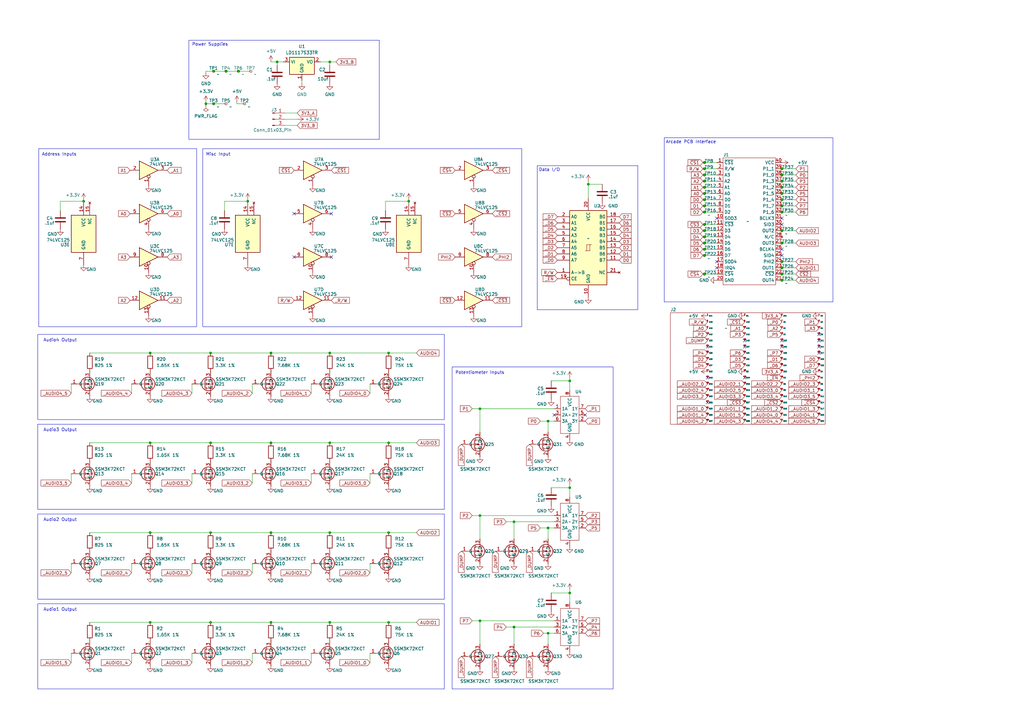
<source format=kicad_sch>
(kicad_sch (version 20230121) (generator eeschema)
  (paper "A3")
  (junction (at 288.925 86.995))
  (junction (at 288.925 76.835))
  (junction (at 320.675 76.835))
  (junction (at 288.925 79.375))
  (junction (at 233.68 200.025))
  (junction (at 159.385 218.44))
  (junction (at 320.675 94.615))
  (junction (at 61.595 218.44))
  (junction (at 320.675 107.315))
  (junction (at 111.125 255.27))
  (junction (at 87.63 29.21))
  (junction (at 135.255 25.4))
  (junction (at 288.925 74.295))
  (junction (at 288.925 104.775))
  (junction (at 288.925 102.235))
  (junction (at 210.82 213.995))
  (junction (at 111.125 218.44))
  (junction (at 196.85 167.64))
  (junction (at 159.385 255.27))
  (junction (at 167.64 82.55))
  (junction (at 111.125 144.78))
  (junction (at 224.79 259.715))
  (junction (at 320.675 112.395))
  (junction (at 320.675 109.855))
  (junction (at 34.29 82.55))
  (junction (at 97.79 29.21))
  (junction (at 288.925 66.675))
  (junction (at 288.925 84.455))
  (junction (at 61.595 181.61))
  (junction (at 86.36 181.61))
  (junction (at 320.675 81.915))
  (junction (at 233.68 156.21))
  (junction (at 288.925 81.915))
  (junction (at 101.6 82.55))
  (junction (at 86.36 218.44))
  (junction (at 113.665 25.4))
  (junction (at 92.71 29.21))
  (junction (at 288.925 94.615))
  (junction (at 288.925 92.075))
  (junction (at 288.925 97.155))
  (junction (at 196.85 211.455))
  (junction (at 61.595 144.78))
  (junction (at 320.675 74.295))
  (junction (at 135.255 144.78))
  (junction (at 86.36 255.27))
  (junction (at 320.675 86.995))
  (junction (at 135.255 218.44))
  (junction (at 288.925 69.215))
  (junction (at 135.255 181.61))
  (junction (at 288.925 71.755))
  (junction (at 320.675 69.215))
  (junction (at 233.68 243.205))
  (junction (at 210.82 257.175))
  (junction (at 320.675 79.375))
  (junction (at 320.675 71.755))
  (junction (at 135.255 255.27))
  (junction (at 288.925 99.695))
  (junction (at 224.79 172.72))
  (junction (at 241.3 75.565))
  (junction (at 320.675 114.935))
  (junction (at 159.385 144.78))
  (junction (at 288.925 112.395))
  (junction (at 320.675 84.455))
  (junction (at 86.36 144.78))
  (junction (at 159.385 181.61))
  (junction (at 84.455 42.545))
  (junction (at 61.595 255.27))
  (junction (at 87.63 42.545))
  (junction (at 224.79 216.535))
  (junction (at 111.125 181.61))
  (junction (at 320.675 99.695))
  (junction (at 196.85 254.635))
  (no_connect (at 135.89 87.63))
  (no_connect (at 294.005 89.535))
  (no_connect (at 290.195 142.24))
  (no_connect (at 294.005 107.315))
  (no_connect (at 305.435 142.24))
  (no_connect (at 320.675 142.24))
  (no_connect (at 290.195 154.94))
  (no_connect (at 320.675 92.075))
  (no_connect (at 320.675 89.535))
  (no_connect (at 320.675 102.235))
  (no_connect (at 320.675 104.775))
  (no_connect (at 335.915 139.7))
  (no_connect (at 290.195 165.1))
  (no_connect (at 240.03 170.18))
  (no_connect (at 335.915 144.78))
  (no_connect (at 320.675 139.7))
  (no_connect (at 135.89 105.41))
  (no_connect (at 335.915 142.24))
  (no_connect (at 305.435 154.94))
  (no_connect (at 305.435 139.7))
  (no_connect (at 335.915 137.16))
  (no_connect (at 227.33 170.18))
  (no_connect (at 294.005 109.855))
  (no_connect (at 120.65 105.41))
  (no_connect (at 120.65 87.63))
  (wire (pts (xy 210.82 257.175) (xy 210.82 264.16)))
  (wire (pts (xy 288.29 84.455) (xy 288.925 84.455)))
  (wire (pts (xy 103.505 231.14) (xy 103.505 234.95)))
  (wire (pts (xy 196.85 211.455) (xy 196.85 220.98)))
  (wire (pts (xy 288.925 92.075) (xy 294.005 92.075)))
  (wire (pts (xy 227.33 216.535) (xy 224.79 216.535)))
  (wire (pts (xy 226.06 156.21) (xy 233.68 156.21)))
  (wire (pts (xy 288.925 99.695) (xy 294.005 99.695)))
  (wire (pts (xy 36.83 144.78) (xy 61.595 144.78)))
  (wire (pts (xy 87.63 42.545) (xy 92.71 42.545)))
  (wire (pts (xy 224.79 259.715) (xy 224.79 264.16)))
  (wire (pts (xy 127.635 157.48) (xy 127.635 161.29)))
  (wire (pts (xy 196.85 254.635) (xy 196.85 264.16)))
  (wire (pts (xy 113.665 25.4) (xy 113.665 26.67)))
  (wire (pts (xy 135.255 255.27) (xy 159.385 255.27)))
  (wire (pts (xy 34.29 82.55) (xy 24.765 82.55)))
  (wire (pts (xy 320.675 109.855) (xy 326.39 109.855)))
  (wire (pts (xy 34.29 81.915) (xy 34.29 82.55)))
  (wire (pts (xy 135.255 144.78) (xy 159.385 144.78)))
  (wire (pts (xy 241.3 75.565) (xy 247.015 75.565)))
  (wire (pts (xy 135.255 25.4) (xy 135.255 26.67)))
  (wire (pts (xy 61.595 255.27) (xy 86.36 255.27)))
  (wire (pts (xy 53.975 157.48) (xy 53.975 161.29)))
  (wire (pts (xy 36.83 218.44) (xy 61.595 218.44)))
  (wire (pts (xy 288.29 97.155) (xy 288.925 97.155)))
  (wire (pts (xy 288.29 112.395) (xy 288.925 112.395)))
  (wire (pts (xy 103.505 194.31) (xy 103.505 198.12)))
  (wire (pts (xy 86.36 218.44) (xy 111.125 218.44)))
  (wire (pts (xy 121.92 51.435) (xy 116.84 51.435)))
  (wire (pts (xy 84.455 43.18) (xy 84.455 42.545)))
  (wire (pts (xy 227.33 254.635) (xy 196.85 254.635)))
  (wire (pts (xy 111.125 144.78) (xy 135.255 144.78)))
  (wire (pts (xy 36.83 181.61) (xy 61.595 181.61)))
  (wire (pts (xy 101.6 81.915) (xy 101.6 82.55)))
  (wire (pts (xy 29.21 194.31) (xy 29.21 198.12)))
  (wire (pts (xy 227.33 167.64) (xy 196.85 167.64)))
  (wire (pts (xy 288.925 94.615) (xy 294.005 94.615)))
  (wire (pts (xy 127.635 231.14) (xy 127.635 234.95)))
  (wire (pts (xy 227.33 211.455) (xy 196.85 211.455)))
  (wire (pts (xy 288.925 76.835) (xy 294.005 76.835)))
  (wire (pts (xy 288.29 102.235) (xy 288.925 102.235)))
  (wire (pts (xy 226.06 200.025) (xy 233.68 200.025)))
  (wire (pts (xy 29.21 231.14) (xy 29.21 234.95)))
  (wire (pts (xy 111.125 218.44) (xy 135.255 218.44)))
  (wire (pts (xy 78.74 267.97) (xy 78.74 271.78)))
  (wire (pts (xy 121.92 48.895) (xy 116.84 48.895)))
  (wire (pts (xy 288.925 112.395) (xy 294.005 112.395)))
  (wire (pts (xy 84.455 29.845) (xy 84.455 29.21)))
  (wire (pts (xy 86.36 255.27) (xy 111.125 255.27)))
  (wire (pts (xy 151.765 157.48) (xy 151.765 161.29)))
  (wire (pts (xy 159.385 181.61) (xy 170.815 181.61)))
  (wire (pts (xy 103.505 157.48) (xy 103.505 161.29)))
  (wire (pts (xy 224.79 259.715) (xy 227.33 259.715)))
  (wire (pts (xy 226.06 243.205) (xy 233.68 243.205)))
  (wire (pts (xy 288.925 69.215) (xy 294.005 69.215)))
  (wire (pts (xy 113.665 25.4) (xy 116.205 25.4)))
  (wire (pts (xy 320.675 71.755) (xy 326.39 71.755)))
  (wire (pts (xy 288.925 71.755) (xy 294.005 71.755)))
  (wire (pts (xy 193.675 211.455) (xy 196.85 211.455)))
  (wire (pts (xy 227.33 257.175) (xy 210.82 257.175)))
  (wire (pts (xy 86.36 144.78) (xy 111.125 144.78)))
  (wire (pts (xy 241.3 74.295) (xy 241.3 75.565)))
  (wire (pts (xy 78.74 157.48) (xy 78.74 161.29)))
  (wire (pts (xy 288.29 99.695) (xy 288.925 99.695)))
  (wire (pts (xy 167.64 81.915) (xy 167.64 82.55)))
  (wire (pts (xy 320.675 79.375) (xy 326.39 79.375)))
  (wire (pts (xy 227.33 213.995) (xy 210.82 213.995)))
  (wire (pts (xy 127.635 194.31) (xy 127.635 198.12)))
  (wire (pts (xy 34.29 82.55) (xy 34.29 83.185)))
  (wire (pts (xy 151.765 267.97) (xy 151.765 271.78)))
  (wire (pts (xy 320.675 69.215) (xy 326.39 69.215)))
  (wire (pts (xy 92.075 82.55) (xy 92.075 86.36)))
  (wire (pts (xy 24.765 82.55) (xy 24.765 86.36)))
  (wire (pts (xy 288.29 69.215) (xy 288.925 69.215)))
  (wire (pts (xy 193.675 167.64) (xy 196.85 167.64)))
  (wire (pts (xy 101.6 82.55) (xy 92.075 82.55)))
  (wire (pts (xy 111.125 255.27) (xy 135.255 255.27)))
  (wire (pts (xy 221.615 216.535) (xy 224.79 216.535)))
  (wire (pts (xy 288.925 74.295) (xy 294.005 74.295)))
  (wire (pts (xy 158.115 82.55) (xy 158.115 86.36)))
  (wire (pts (xy 233.68 156.21) (xy 233.68 160.02)))
  (wire (pts (xy 320.675 84.455) (xy 326.39 84.455)))
  (wire (pts (xy 288.925 66.675) (xy 294.005 66.675)))
  (wire (pts (xy 29.21 157.48) (xy 29.21 161.29)))
  (wire (pts (xy 320.675 76.835) (xy 326.39 76.835)))
  (wire (pts (xy 224.79 172.72) (xy 224.79 177.165)))
  (wire (pts (xy 233.68 200.025) (xy 233.68 203.835)))
  (wire (pts (xy 233.68 154.94) (xy 233.68 156.21)))
  (wire (pts (xy 224.79 216.535) (xy 224.79 220.98)))
  (wire (pts (xy 288.29 79.375) (xy 288.925 79.375)))
  (wire (pts (xy 121.92 46.355) (xy 116.84 46.355)))
  (wire (pts (xy 123.825 34.29) (xy 123.825 33.02)))
  (wire (pts (xy 288.925 86.995) (xy 294.005 86.995)))
  (wire (pts (xy 61.595 218.44) (xy 86.36 218.44)))
  (wire (pts (xy 207.645 257.175) (xy 210.82 257.175)))
  (wire (pts (xy 78.74 231.14) (xy 78.74 234.95)))
  (wire (pts (xy 135.255 25.4) (xy 137.795 25.4)))
  (wire (pts (xy 233.68 241.935) (xy 233.68 243.205)))
  (wire (pts (xy 167.64 82.55) (xy 158.115 82.55)))
  (wire (pts (xy 53.975 267.97) (xy 53.975 271.78)))
  (wire (pts (xy 159.385 255.27) (xy 170.815 255.27)))
  (wire (pts (xy 111.125 25.4) (xy 113.665 25.4)))
  (wire (pts (xy 103.505 267.97) (xy 103.505 271.78)))
  (wire (pts (xy 87.63 29.21) (xy 92.71 29.21)))
  (wire (pts (xy 288.29 94.615) (xy 288.925 94.615)))
  (wire (pts (xy 111.125 181.61) (xy 135.255 181.61)))
  (wire (pts (xy 36.83 255.27) (xy 61.595 255.27)))
  (wire (pts (xy 222.885 259.715) (xy 224.79 259.715)))
  (wire (pts (xy 97.155 42.545) (xy 100.33 42.545)))
  (wire (pts (xy 288.29 71.755) (xy 288.925 71.755)))
  (wire (pts (xy 53.975 194.31) (xy 53.975 198.12)))
  (wire (pts (xy 320.675 112.395) (xy 326.39 112.395)))
  (wire (pts (xy 320.675 94.615) (xy 326.39 94.615)))
  (wire (pts (xy 78.74 194.31) (xy 78.74 198.12)))
  (wire (pts (xy 135.255 218.44) (xy 159.385 218.44)))
  (wire (pts (xy 84.455 42.545) (xy 84.455 41.91)))
  (wire (pts (xy 288.925 104.775) (xy 294.005 104.775)))
  (wire (pts (xy 288.925 84.455) (xy 294.005 84.455)))
  (wire (pts (xy 233.68 198.755) (xy 233.68 200.025)))
  (wire (pts (xy 288.925 102.235) (xy 294.005 102.235)))
  (wire (pts (xy 288.29 76.835) (xy 288.925 76.835)))
  (wire (pts (xy 288.925 81.915) (xy 294.005 81.915)))
  (wire (pts (xy 131.445 25.4) (xy 135.255 25.4)))
  (wire (pts (xy 97.79 29.21) (xy 102.87 29.21)))
  (wire (pts (xy 97.155 42.545) (xy 97.155 41.91)))
  (wire (pts (xy 84.455 42.545) (xy 87.63 42.545)))
  (wire (pts (xy 320.675 86.995) (xy 326.39 86.995)))
  (wire (pts (xy 320.675 114.935) (xy 326.39 114.935)))
  (wire (pts (xy 135.255 181.61) (xy 159.385 181.61)))
  (wire (pts (xy 207.645 213.995) (xy 210.82 213.995)))
  (wire (pts (xy 127.635 267.97) (xy 127.635 271.78)))
  (wire (pts (xy 320.675 99.695) (xy 326.39 99.695)))
  (wire (pts (xy 288.925 97.155) (xy 294.005 97.155)))
  (wire (pts (xy 61.595 181.61) (xy 86.36 181.61)))
  (wire (pts (xy 320.675 107.315) (xy 326.39 107.315)))
  (wire (pts (xy 221.615 172.72) (xy 224.79 172.72)))
  (wire (pts (xy 288.29 86.995) (xy 288.925 86.995)))
  (wire (pts (xy 288.29 74.295) (xy 288.925 74.295)))
  (wire (pts (xy 320.675 81.915) (xy 326.39 81.915)))
  (wire (pts (xy 92.71 29.21) (xy 97.79 29.21)))
  (wire (pts (xy 159.385 218.44) (xy 170.815 218.44)))
  (wire (pts (xy 151.765 194.31) (xy 151.765 198.12)))
  (wire (pts (xy 288.925 79.375) (xy 294.005 79.375)))
  (wire (pts (xy 288.29 104.775) (xy 288.925 104.775)))
  (wire (pts (xy 288.29 66.675) (xy 288.925 66.675)))
  (wire (pts (xy 193.675 254.635) (xy 196.85 254.635)))
  (wire (pts (xy 29.21 267.97) (xy 29.21 271.78)))
  (wire (pts (xy 196.85 167.64) (xy 196.85 177.165)))
  (wire (pts (xy 241.3 75.565) (xy 241.3 81.28)))
  (wire (pts (xy 167.64 82.55) (xy 167.64 83.185)))
  (wire (pts (xy 61.595 144.78) (xy 86.36 144.78)))
  (wire (pts (xy 288.29 81.915) (xy 288.925 81.915)))
  (wire (pts (xy 159.385 144.78) (xy 170.815 144.78)))
  (wire (pts (xy 233.68 243.205) (xy 233.68 247.015)))
  (wire (pts (xy 151.765 231.14) (xy 151.765 234.95)))
  (wire (pts (xy 101.6 82.55) (xy 101.6 83.185)))
  (wire (pts (xy 84.455 29.21) (xy 87.63 29.21)))
  (wire (pts (xy 320.675 74.295) (xy 326.39 74.295)))
  (wire (pts (xy 210.82 213.995) (xy 210.82 220.98)))
  (wire (pts (xy 227.33 172.72) (xy 224.79 172.72)))
  (wire (pts (xy 86.36 181.61) (xy 111.125 181.61)))
  (wire (pts (xy 288.29 92.075) (xy 288.925 92.075)))
  (wire (pts (xy 53.975 231.14) (xy 53.975 234.95)))
  (rectangle (start 15.494 173.99) (end 182.245 208.915))
  (rectangle (start 15.494 247.65) (end 182.245 282.575))
  (rectangle (start 15.494 210.82) (end 182.245 245.745))
  (rectangle (start 83.185 60.96) (end 213.995 133.985))
  (rectangle (start 272.415 56.515) (end 341.63 123.825))
  (rectangle (start 15.494 137.16) (end 182.245 172.085))
  (rectangle (start 220.345 67.945) (end 261.62 127))
  (rectangle (start 15.875 60.96) (end 80.645 133.985))
  (rectangle (start 185.42 150.495) (end 251.46 282.575))
  (rectangle (start 77.47 16.51) (end 155.575 57.15))
  (text "Audio2 Output" (at 17.78 213.995 0) (effects (font (size 1.27 1.27)) (justify left bottom)))
  (text "Data I/O" (at 220.98 70.485 0) (effects (font (size 1.27 1.27)) (justify left bottom)))
  (text "Address Inputs" (at 17.145 64.135 0) (effects (font (size 1.27 1.27)) (justify left bottom)))
  (text "Audio4 Output" (at 17.78 140.335 0) (effects (font (size 1.27 1.27)) (justify left bottom)))
  (text "Potentiometer Inputs" (at 186.69 153.67 0) (effects (font (size 1.27 1.27)) (justify left bottom)))
  (text "Audio3 Output" (at 17.78 177.165 0) (effects (font (size 1.27 1.27)) (justify left bottom)))
  (text "Audio1 Output" (at 17.78 250.825 0) (effects (font (size 1.27 1.27)) (justify left bottom)))
  (text "Power Supplies" (at 78.74 19.05 0) (effects (font (size 1.27 1.27)) (justify left bottom)))
  (text "Misc Input" (at 84.455 64.135 0) (effects (font (size 1.27 1.27)) (justify left bottom)))
  (text "Arcade PCB Interface" (at 273.05 59.055 0) (effects (font (size 1.27 1.27)) (justify left bottom)))
  (global_label "_AUDIO3_1" (shape input) (at 335.915 160.02 180) (property "Intersheetrefs" "${INTERSHEET_REFS}" (effects hide)))
  (global_label "_A1" (shape input) (at 305.435 134.62 180) (property "Intersheetrefs" "${INTERSHEET_REFS}" (effects hide)))
  (global_label "3V3_B" (shape input) (at 121.92 51.435 0) (property "Intersheetrefs" "${INTERSHEET_REFS}" (effects hide)))
  (global_label "~{CS1}" (shape input) (at 120.65 69.85 180) (property "Intersheetrefs" "${INTERSHEET_REFS}" (effects hide)))
  (global_label "_D1" (shape input) (at 320.675 147.32 180) (property "Intersheetrefs" "${INTERSHEET_REFS}" (effects hide)))
  (global_label "_P2" (shape input) (at 240.03 211.455 0) (property "Intersheetrefs" "${INTERSHEET_REFS}" (effects hide)))
  (global_label "_AUDIO2_2" (shape input) (at 103.505 234.95 180) (property "Intersheetrefs" "${INTERSHEET_REFS}" (effects hide)))
  (global_label "_AUDIO1_5" (shape input) (at 29.21 271.78 180) (property "Intersheetrefs" "${INTERSHEET_REFS}" (effects hide)))
  (global_label "_AUDIO2_4" (shape input) (at 53.975 234.95 180) (property "Intersheetrefs" "${INTERSHEET_REFS}" (effects hide)))
  (global_label "_AUDIO1_1" (shape input) (at 305.435 167.64 180) (property "Intersheetrefs" "${INTERSHEET_REFS}" (effects hide)))
  (global_label "P3" (shape input) (at 326.39 74.295 0) (property "Intersheetrefs" "${INTERSHEET_REFS}" (effects hide)))
  (global_label "AUDIO2" (shape input) (at 170.815 218.44 0) (property "Intersheetrefs" "${INTERSHEET_REFS}" (effects hide)))
  (global_label "P6" (shape input) (at 222.885 259.715 180) (property "Intersheetrefs" "${INTERSHEET_REFS}" (effects hide)))
  (global_label "_DUMP" (shape input) (at 203.2 226.06 270) (property "Intersheetrefs" "${INTERSHEET_REFS}" (effects hide)))
  (global_label "AUDIO4" (shape input) (at 170.815 144.78 0) (property "Intersheetrefs" "${INTERSHEET_REFS}" (effects hide)))
  (global_label "_AUDIO4_5" (shape input) (at 335.915 172.72 180) (property "Intersheetrefs" "${INTERSHEET_REFS}" (effects hide)))
  (global_label "_DUMP" (shape input) (at 217.17 269.24 270) (property "Intersheetrefs" "${INTERSHEET_REFS}" (effects hide)))
  (global_label "D7" (shape input) (at 288.29 104.775 180) (property "Intersheetrefs" "${INTERSHEET_REFS}" (effects hide)))
  (global_label "~{CS4}" (shape input) (at 186.69 69.85 180) (property "Intersheetrefs" "${INTERSHEET_REFS}" (effects hide)))
  (global_label "P1" (shape input) (at 193.675 167.64 180) (property "Intersheetrefs" "${INTERSHEET_REFS}" (effects hide)))
  (global_label "P7" (shape input) (at 326.39 84.455 0) (property "Intersheetrefs" "${INTERSHEET_REFS}" (effects hide)))
  (global_label "_AUDIO3_3" (shape input) (at 305.435 162.56 180) (property "Intersheetrefs" "${INTERSHEET_REFS}" (effects hide)))
  (global_label "_AUDIO4_2" (shape input) (at 290.195 172.72 180) (property "Intersheetrefs" "${INTERSHEET_REFS}" (effects hide)))
  (global_label "_A3" (shape input) (at 68.58 105.41 0) (property "Intersheetrefs" "${INTERSHEET_REFS}" (effects hide)))
  (global_label "D5" (shape input) (at 254 93.98 0) (property "Intersheetrefs" "${INTERSHEET_REFS}" (effects hide)))
  (global_label "_AUDIO4_2" (shape input) (at 103.505 161.29 180) (property "Intersheetrefs" "${INTERSHEET_REFS}" (effects hide)))
  (global_label "D2" (shape input) (at 288.29 86.995 180) (property "Intersheetrefs" "${INTERSHEET_REFS}" (effects hide)))
  (global_label "_A3" (shape input) (at 335.915 134.62 180) (property "Intersheetrefs" "${INTERSHEET_REFS}" (effects hide)))
  (global_label "A3" (shape input) (at 288.29 71.755 180) (property "Intersheetrefs" "${INTERSHEET_REFS}" (effects hide)))
  (global_label "~{_CS4}" (shape input) (at 335.915 165.1 180) (property "Intersheetrefs" "${INTERSHEET_REFS}" (effects hide)))
  (global_label "R{slash}W" (shape input) (at 120.65 123.19 180) (property "Intersheetrefs" "${INTERSHEET_REFS}" (effects hide)))
  (global_label "A1" (shape input) (at 288.29 76.835 180) (property "Intersheetrefs" "${INTERSHEET_REFS}" (effects hide)))
  (global_label "_P3" (shape input) (at 240.03 213.995 0) (property "Intersheetrefs" "${INTERSHEET_REFS}" (effects hide)))
  (global_label "_AUDIO3_4" (shape input) (at 320.675 162.56 180) (property "Intersheetrefs" "${INTERSHEET_REFS}" (effects hide)))
  (global_label "AUDIO1" (shape input) (at 326.39 109.855 0) (property "Intersheetrefs" "${INTERSHEET_REFS}" (effects hide)))
  (global_label "D3" (shape input) (at 288.29 94.615 180) (property "Intersheetrefs" "${INTERSHEET_REFS}" (effects hide)))
  (global_label "_P5" (shape input) (at 240.03 216.535 0) (property "Intersheetrefs" "${INTERSHEET_REFS}" (effects hide)))
  (global_label "_D5" (shape input) (at 228.6 93.98 180) (property "Intersheetrefs" "${INTERSHEET_REFS}" (effects hide)))
  (global_label "_D7" (shape input) (at 228.6 88.9 180) (property "Intersheetrefs" "${INTERSHEET_REFS}" (effects hide)))
  (global_label "_AUDIO2_4" (shape input) (at 290.195 160.02 180) (property "Intersheetrefs" "${INTERSHEET_REFS}" (effects hide)))
  (global_label "_AUDIO3_2" (shape input) (at 290.195 162.56 180) (property "Intersheetrefs" "${INTERSHEET_REFS}" (effects hide)))
  (global_label "A1" (shape input) (at 53.34 69.85 180) (property "Intersheetrefs" "${INTERSHEET_REFS}" (effects hide)))
  (global_label "_AUDIO4_4" (shape input) (at 53.975 161.29 180) (property "Intersheetrefs" "${INTERSHEET_REFS}" (effects hide)))
  (global_label "AUDIO4" (shape input) (at 326.39 114.935 0) (property "Intersheetrefs" "${INTERSHEET_REFS}" (effects hide)))
  (global_label "_AUDIO4_4" (shape input) (at 320.675 172.72 180) (property "Intersheetrefs" "${INTERSHEET_REFS}" (effects hide)))
  (global_label "_AUDIO1_2" (shape input) (at 103.505 271.78 180) (property "Intersheetrefs" "${INTERSHEET_REFS}" (effects hide)))
  (global_label "_P1" (shape input) (at 240.03 167.64 0) (property "Intersheetrefs" "${INTERSHEET_REFS}" (effects hide)))
  (global_label "_DUMP" (shape input) (at 189.23 182.245 270) (property "Intersheetrefs" "${INTERSHEET_REFS}" (effects hide)))
  (global_label "~{_CS3}" (shape input) (at 201.93 123.19 0) (property "Intersheetrefs" "${INTERSHEET_REFS}" (effects hide)))
  (global_label "_DUMP" (shape input) (at 189.23 269.24 270) (property "Intersheetrefs" "${INTERSHEET_REFS}" (effects hide)))
  (global_label "_AUDIO3_0" (shape input) (at 151.765 198.12 180) (property "Intersheetrefs" "${INTERSHEET_REFS}" (effects hide)))
  (global_label "_D4" (shape input) (at 228.6 96.52 180) (property "Intersheetrefs" "${INTERSHEET_REFS}" (effects hide)))
  (global_label "_D6" (shape input) (at 320.675 149.86 180) (property "Intersheetrefs" "${INTERSHEET_REFS}" (effects hide)))
  (global_label "P5" (shape input) (at 326.39 79.375 0) (property "Intersheetrefs" "${INTERSHEET_REFS}" (effects hide)))
  (global_label "_AUDIO3_1" (shape input) (at 127.635 198.12 180) (property "Intersheetrefs" "${INTERSHEET_REFS}" (effects hide)))
  (global_label "P1" (shape input) (at 326.39 69.215 0) (property "Intersheetrefs" "${INTERSHEET_REFS}" (effects hide)))
  (global_label "_PHI2" (shape input) (at 201.93 105.41 0) (property "Intersheetrefs" "${INTERSHEET_REFS}" (effects hide)))
  (global_label "~{_CS2}" (shape input) (at 320.675 165.1 180) (property "Intersheetrefs" "${INTERSHEET_REFS}" (effects hide)))
  (global_label "_P0" (shape input) (at 320.675 132.08 180) (property "Intersheetrefs" "${INTERSHEET_REFS}" (effects hide)))
  (global_label "~{_EN}" (shape input) (at 228.6 114.3 180) (property "Intersheetrefs" "${INTERSHEET_REFS}" (effects hide)))
  (global_label "A2" (shape input) (at 53.34 123.19 180) (property "Intersheetrefs" "${INTERSHEET_REFS}" (effects hide)))
  (global_label "P0" (shape input) (at 326.39 71.755 0) (property "Intersheetrefs" "${INTERSHEET_REFS}" (effects hide)))
  (global_label "3V3_A" (shape input) (at 320.675 152.4 180) (property "Intersheetrefs" "${INTERSHEET_REFS}" (effects hide)))
  (global_label "~{_CS3}" (shape input) (at 305.435 165.1 180) (property "Intersheetrefs" "${INTERSHEET_REFS}" (effects hide)))
  (global_label "PHI2" (shape input) (at 186.69 105.41 180) (property "Intersheetrefs" "${INTERSHEET_REFS}" (effects hide)))
  (global_label "_AUDIO3_5" (shape input) (at 29.21 198.12 180) (property "Intersheetrefs" "${INTERSHEET_REFS}" (effects hide)))
  (global_label "_DUMP" (shape input) (at 217.17 182.245 270) (property "Intersheetrefs" "${INTERSHEET_REFS}" (effects hide)))
  (global_label "_P3" (shape input) (at 305.435 137.16 180) (property "Intersheetrefs" "${INTERSHEET_REFS}" (effects hide)))
  (global_label "D4" (shape input) (at 254 96.52 0) (property "Intersheetrefs" "${INTERSHEET_REFS}" (effects hide)))
  (global_label "_AUDIO4_0" (shape input) (at 320.675 170.18 180) (property "Intersheetrefs" "${INTERSHEET_REFS}" (effects hide)))
  (global_label "_AUDIO1_5" (shape input) (at 305.435 170.18 180) (property "Intersheetrefs" "${INTERSHEET_REFS}" (effects hide)))
  (global_label "P7" (shape input) (at 193.675 254.635 180) (property "Intersheetrefs" "${INTERSHEET_REFS}" (effects hide)))
  (global_label "_A0" (shape input) (at 68.58 87.63 0) (property "Intersheetrefs" "${INTERSHEET_REFS}" (effects hide)))
  (global_label "D1" (shape input) (at 288.29 84.455 180) (property "Intersheetrefs" "${INTERSHEET_REFS}" (effects hide)))
  (global_label "_AUDIO1_1" (shape input) (at 127.635 271.78 180) (property "Intersheetrefs" "${INTERSHEET_REFS}" (effects hide)))
  (global_label "_AUDIO3_3" (shape input) (at 78.74 198.12 180) (property "Intersheetrefs" "${INTERSHEET_REFS}" (effects hide)))
  (global_label "_P7" (shape input) (at 240.03 254.635 0) (property "Intersheetrefs" "${INTERSHEET_REFS}" (effects hide)))
  (global_label "~{_CS2}" (shape input) (at 201.93 87.63 0) (property "Intersheetrefs" "${INTERSHEET_REFS}" (effects hide)))
  (global_label "D6" (shape input) (at 288.29 102.235 180) (property "Intersheetrefs" "${INTERSHEET_REFS}" (effects hide)))
  (global_label "D7" (shape input) (at 254 88.9 0) (property "Intersheetrefs" "${INTERSHEET_REFS}" (effects hide)))
  (global_label "~{_CS1}" (shape input) (at 305.435 132.08 180) (property "Intersheetrefs" "${INTERSHEET_REFS}" (effects hide)))
  (global_label "_AUDIO4_1" (shape input) (at 335.915 170.18 180) (property "Intersheetrefs" "${INTERSHEET_REFS}" (effects hide)))
  (global_label "~{_CS1}" (shape input) (at 135.89 69.85 0) (property "Intersheetrefs" "${INTERSHEET_REFS}" (effects hide)))
  (global_label "_AUDIO2_5" (shape input) (at 305.435 160.02 180) (property "Intersheetrefs" "${INTERSHEET_REFS}" (effects hide)))
  (global_label "_AUDIO3_4" (shape input) (at 53.975 198.12 180) (property "Intersheetrefs" "${INTERSHEET_REFS}" (effects hide)))
  (global_label "_D0" (shape input) (at 335.915 147.32 180) (property "Intersheetrefs" "${INTERSHEET_REFS}" (effects hide)))
  (global_label "R{slash}W" (shape input) (at 288.29 69.215 180) (property "Intersheetrefs" "${INTERSHEET_REFS}" (effects hide)))
  (global_label "_AUDIO1_3" (shape input) (at 335.915 167.64 180) (property "Intersheetrefs" "${INTERSHEET_REFS}" (effects hide)))
  (global_label "~{CS3}" (shape input) (at 288.29 92.075 180) (property "Intersheetrefs" "${INTERSHEET_REFS}" (effects hide)))
  (global_label "_P1" (shape input) (at 335.915 132.08 180) (property "Intersheetrefs" "${INTERSHEET_REFS}" (effects hide)))
  (global_label "_AUDIO3_5" (shape input) (at 335.915 162.56 180) (property "Intersheetrefs" "${INTERSHEET_REFS}" (effects hide)))
  (global_label "_DUMP" (shape input) (at 290.195 139.7 180) (property "Intersheetrefs" "${INTERSHEET_REFS}" (effects hide)))
  (global_label "_D6" (shape input) (at 228.6 91.44 180) (property "Intersheetrefs" "${INTERSHEET_REFS}" (effects hide)))
  (global_label "_A2" (shape input) (at 320.675 134.62 180) (property "Intersheetrefs" "${INTERSHEET_REFS}" (effects hide)))
  (global_label "_P0" (shape input) (at 240.03 172.72 0) (property "Intersheetrefs" "${INTERSHEET_REFS}" (effects hide)))
  (global_label "_DUMP" (shape input) (at 203.2 269.24 270) (property "Intersheetrefs" "${INTERSHEET_REFS}" (effects hide)))
  (global_label "_D2" (shape input) (at 290.195 147.32 180) (property "Intersheetrefs" "${INTERSHEET_REFS}" (effects hide)))
  (global_label "A0" (shape input) (at 288.29 79.375 180) (property "Intersheetrefs" "${INTERSHEET_REFS}" (effects hide)))
  (global_label "_AUDIO2_0" (shape input) (at 151.765 234.95 180) (property "Intersheetrefs" "${INTERSHEET_REFS}" (effects hide)))
  (global_label "~{CS2}" (shape input) (at 326.39 112.395 0) (property "Intersheetrefs" "${INTERSHEET_REFS}" (effects hide)))
  (global_label "_R{slash}W" (shape input) (at 290.195 132.08 180) (property "Intersheetrefs" "${INTERSHEET_REFS}" (effects hide)))
  (global_label "_AUDIO2_3" (shape input) (at 335.915 157.48 180) (property "Intersheetrefs" "${INTERSHEET_REFS}" (effects hide)))
  (global_label "3V3_A" (shape input) (at 121.92 46.355 0) (property "Intersheetrefs" "${INTERSHEET_REFS}" (effects hide)))
  (global_label "_DUMP" (shape input) (at 189.23 226.06 270) (property "Intersheetrefs" "${INTERSHEET_REFS}" (effects hide)))
  (global_label "_D3" (shape input) (at 228.6 99.06 180) (property "Intersheetrefs" "${INTERSHEET_REFS}" (effects hide)))
  (global_label "D2" (shape input) (at 254 101.6 0) (property "Intersheetrefs" "${INTERSHEET_REFS}" (effects hide)))
  (global_label "3V3_A" (shape input) (at 320.675 129.54 180) (property "Intersheetrefs" "${INTERSHEET_REFS}" (effects hide)))
  (global_label "D1" (shape input) (at 254 104.14 0) (property "Intersheetrefs" "${INTERSHEET_REFS}" (effects hide)))
  (global_label "_AUDIO2_5" (shape input) (at 29.21 234.95 180) (property "Intersheetrefs" "${INTERSHEET_REFS}" (effects hide)))
  (global_label "~{CS1}" (shape input) (at 288.29 66.675 180) (property "Intersheetrefs" "${INTERSHEET_REFS}" (effects hide)))
  (global_label "D5" (shape input) (at 288.29 99.695 180) (property "Intersheetrefs" "${INTERSHEET_REFS}" (effects hide)))
  (global_label "_AUDIO2_1" (shape input) (at 305.435 157.48 180) (property "Intersheetrefs" "${INTERSHEET_REFS}" (effects hide)))
  (global_label "A0" (shape input) (at 53.34 87.63 180) (property "Intersheetrefs" "${INTERSHEET_REFS}" (effects hide)))
  (global_label "_AUDIO4_0" (shape input) (at 151.765 161.29 180) (property "Intersheetrefs" "${INTERSHEET_REFS}" (effects hide)))
  (global_label "_P4" (shape input) (at 290.195 144.78 180) (property "Intersheetrefs" "${INTERSHEET_REFS}" (effects hide)))
  (global_label "_R{slash}W" (shape input) (at 135.89 123.19 0) (property "Intersheetrefs" "${INTERSHEET_REFS}" (effects hide)))
  (global_label "D6" (shape input) (at 254 91.44 0) (property "Intersheetrefs" "${INTERSHEET_REFS}" (effects hide)))
  (global_label "~{CS4}" (shape input) (at 288.29 112.395 180) (property "Intersheetrefs" "${INTERSHEET_REFS}" (effects hide)))
  (global_label "_AUDIO4_3" (shape input) (at 78.74 161.29 180) (property "Intersheetrefs" "${INTERSHEET_REFS}" (effects hide)))
  (global_label "_P4" (shape input) (at 240.03 257.175 0) (property "Intersheetrefs" "${INTERSHEET_REFS}" (effects hide)))
  (global_label "_AUDIO1_3" (shape input) (at 78.74 271.78 180) (property "Intersheetrefs" "${INTERSHEET_REFS}" (effects hide)))
  (global_label "PHI2" (shape input) (at 326.39 107.315 0) (property "Intersheetrefs" "${INTERSHEET_REFS}" (effects hide)))
  (global_label "_AUDIO2_3" (shape input) (at 78.74 234.95 180) (property "Intersheetrefs" "${INTERSHEET_REFS}" (effects hide)))
  (global_label "_DUMP" (shape input) (at 217.17 226.06 270) (property "Intersheetrefs" "${INTERSHEET_REFS}" (effects hide)))
  (global_label "_AUDIO1_0" (shape input) (at 151.765 271.78 180) (property "Intersheetrefs" "${INTERSHEET_REFS}" (effects hide)))
  (global_label "_AUDIO2_1" (shape input) (at 127.635 234.95 180) (property "Intersheetrefs" "${INTERSHEET_REFS}" (effects hide)))
  (global_label "_P7" (shape input) (at 320.675 144.78 180) (property "Intersheetrefs" "${INTERSHEET_REFS}" (effects hide)))
  (global_label "~{CS2}" (shape input) (at 186.69 87.63 180) (property "Intersheetrefs" "${INTERSHEET_REFS}" (effects hide)))
  (global_label "_D1" (shape input) (at 228.6 104.14 180) (property "Intersheetrefs" "${INTERSHEET_REFS}" (effects hide)))
  (global_label "P3" (shape input) (at 207.645 213.995 180) (property "Intersheetrefs" "${INTERSHEET_REFS}" (effects hide)))
  (global_label "_P5" (shape input) (at 320.675 137.16 180) (property "Intersheetrefs" "${INTERSHEET_REFS}" (effects hide)))
  (global_label "_AUDIO3_0" (shape input) (at 320.675 160.02 180) (property "Intersheetrefs" "${INTERSHEET_REFS}" (effects hide)))
  (global_label "_A1" (shape input) (at 68.58 69.85 0) (property "Intersheetrefs" "${INTERSHEET_REFS}" (effects hide)))
  (global_label "_P2" (shape input) (at 290.195 137.16 180) (property "Intersheetrefs" "${INTERSHEET_REFS}" (effects hide)))
  (global_label "_PHI2" (shape input) (at 335.915 154.94 180) (property "Intersheetrefs" "${INTERSHEET_REFS}" (effects hide)))
  (global_label "P0" (shape input) (at 221.615 172.72 180) (property "Intersheetrefs" "${INTERSHEET_REFS}" (effects hide)))
  (global_label "_A0" (shape input) (at 290.195 134.62 180) (property "Intersheetrefs" "${INTERSHEET_REFS}" (effects hide)))
  (global_label "P2" (shape input) (at 193.675 211.455 180) (property "Intersheetrefs" "${INTERSHEET_REFS}" (effects hide)))
  (global_label "_AUDIO4_3" (shape input) (at 305.435 172.72 180) (property "Intersheetrefs" "${INTERSHEET_REFS}" (effects hide)))
  (global_label "_AUDIO1_2" (shape input) (at 320.675 167.64 180) (property "Intersheetrefs" "${INTERSHEET_REFS}" (effects hide)))
  (global_label "_P6" (shape input) (at 305.435 144.78 180) (property "Intersheetrefs" "${INTERSHEET_REFS}" (effects hide)))
  (global_label "_D0" (shape input) (at 228.6 106.68 180) (property "Intersheetrefs" "${INTERSHEET_REFS}" (effects hide)))
  (global_label "D0" (shape input) (at 254 106.68 0) (property "Intersheetrefs" "${INTERSHEET_REFS}" (effects hide)))
  (global_label "_AUDIO1_4" (shape input) (at 290.195 170.18 180) (property "Intersheetrefs" "${INTERSHEET_REFS}" (effects hide)))
  (global_label "D0" (shape input) (at 288.29 81.915 180) (property "Intersheetrefs" "${INTERSHEET_REFS}" (effects hide)))
  (global_label "AUDIO2" (shape input) (at 326.39 94.615 0) (property "Intersheetrefs" "${INTERSHEET_REFS}" (effects hide)))
  (global_label "_D2" (shape input) (at 228.6 101.6 180) (property "Intersheetrefs" "${INTERSHEET_REFS}" (effects hide)))
  (global_label "P5" (shape input) (at 221.615 216.535 180) (property "Intersheetrefs" "${INTERSHEET_REFS}" (effects hide)))
  (global_label "AUDIO1" (shape input) (at 170.815 255.27 0) (property "Intersheetrefs" "${INTERSHEET_REFS}" (effects hide)))
  (global_label "P2" (shape input) (at 326.39 76.835 0) (property "Intersheetrefs" "${INTERSHEET_REFS}" (effects hide)))
  (global_label "_AUDIO2_2" (shape input) (at 320.675 157.48 180) (property "Intersheetrefs" "${INTERSHEET_REFS}" (effects hide)))
  (global_label "_AUDIO4_1" (shape input) (at 127.635 161.29 180) (property "Intersheetrefs" "${INTERSHEET_REFS}" (effects hide)))
  (global_label "AUDIO3" (shape input) (at 326.39 99.695 0) (property "Intersheetrefs" "${INTERSHEET_REFS}" (effects hide)))
  (global_label "_D4" (shape input) (at 290.195 149.86 180) (property "Intersheetrefs" "${INTERSHEET_REFS}" (effects hide)))
  (global_label "P4" (shape input) (at 326.39 81.915 0) (property "Intersheetrefs" "${INTERSHEET_REFS}" (effects hide)))
  (global_label "_AUDIO1_4" (shape input) (at 53.975 271.78 180) (property "Intersheetrefs" "${INTERSHEET_REFS}" (effects hide)))
  (global_label "~{_EN}" (shape input) (at 320.675 154.94 180) (property "Intersheetrefs" "${INTERSHEET_REFS}" (effects hide)))
  (global_label "D3" (shape input) (at 254 99.06 0) (property "Intersheetrefs" "${INTERSHEET_REFS}" (effects hide)))
  (global_label "_P6" (shape input) (at 240.03 259.715 0) (property "Intersheetrefs" "${INTERSHEET_REFS}" (effects hide)))
  (global_label "_D5" (shape input) (at 305.435 149.86 180) (property "Intersheetrefs" "${INTERSHEET_REFS}" (effects hide)))
  (global_label "D4" (shape input) (at 288.29 97.155 180) (property "Intersheetrefs" "${INTERSHEET_REFS}" (effects hide)))
  (global_label "3V3_B" (shape input) (at 137.795 25.4 0) (property "Intersheetrefs" "${INTERSHEET_REFS}" (effects hide)))
  (global_label "~{CS3}" (shape input) (at 186.69 123.19 180) (property "Intersheetrefs" "${INTERSHEET_REFS}" (effects hide)))
  (global_label "R{slash}W" (shape input) (at 228.6 111.76 180) (property "Intersheetrefs" "${INTERSHEET_REFS}" (effects hide)))
  (global_label "A2" (shape input) (at 288.29 74.295 180) (property "Intersheetrefs" "${INTERSHEET_REFS}" (effects hide)))
  (global_label "_D7" (shape input) (at 335.915 149.86 180) (property "Intersheetrefs" "${INTERSHEET_REFS}" (effects hide)))
  (global_label "~{_CS4}" (shape input) (at 201.93 69.85 0) (property "Intersheetrefs" "${INTERSHEET_REFS}" (effects hide)))
  (global_label "_AUDIO3_2" (shape input) (at 103.505 198.12 180) (property "Intersheetrefs" "${INTERSHEET_REFS}" (effects hide)))
  (global_label "_AUDIO1_0" (shape input) (at 290.195 167.64 180) (property "Intersheetrefs" "${INTERSHEET_REFS}" (effects hide)))
  (global_label "_AUDIO4_5" (shape input) (at 29.21 161.29 180) (property "Intersheetrefs" "${INTERSHEET_REFS}" (effects hide)))
  (global_label "A3" (shape input) (at 53.34 105.41 180) (property "Intersheetrefs" "${INTERSHEET_REFS}" (effects hide)))
  (global_label "_D3" (shape input) (at 305.435 147.32 180) (property "Intersheetrefs" "${INTERSHEET_REFS}" (effects hide)))
  (global_label "_A2" (shape input) (at 68.58 123.19 0) (property "Intersheetrefs" "${INTERSHEET_REFS}" (effects hide)))
  (global_label "P4" (shape input) (at 207.645 257.175 180) (property "Intersheetrefs" "${INTERSHEET_REFS}" (effects hide)))
  (global_label "AUDIO3" (shape input) (at 170.815 181.61 0) (property "Intersheetrefs" "${INTERSHEET_REFS}" (effects hide)))
  (global_label "_AUDIO2_0" (shape input) (at 290.195 157.48 180) (property "Intersheetrefs" "${INTERSHEET_REFS}" (effects hide)))
  (global_label "P6" (shape input) (at 326.39 86.995 0) (property "Intersheetrefs" "${INTERSHEET_REFS}" (effects hide)))
  (symbol (lib_id "POKEY:74LVC245") (at 241.3 100.33 0) (unit 1)
    (property "Reference" "U2" (at 243.4941 84.455 0) (effects (justify left)))
    (property "Value" "~" (at 241.3 97.79 0))
    (property "Footprint" "POKEY_Footprints:VQFN20_RKS_TEX" (effects hide))
  )
  (symbol (lib_id "POKEY:MOSFET1") (at 86.36 231.14 0) (unit 1)
    (property "Reference" "Q9" (at 88.265 231.14 0) (effects (justify left)))
    (property "Value" "SSM3K72KCT" (at 94.615 229.235 0))
    (property "Footprint" "POKEY_Footprints:CST3_TOS" (effects hide))
  )
  (symbol (lib_id "power:+3.3V") (at 241.3 74.295 0) (unit 1)
    (property "Reference" "#PWR045" (effects hide))
    (property "Value" "+3.3V" (at 236.855 72.39 0))
  )
  (symbol (lib_id "Device:R") (at 135.255 222.25 0) (unit 1)
    (property "Reference" "R11" (at 137.795 220.98 0) (effects (justify left)))
    (property "Value" "24K 1%" (at 137.795 223.52 0) (effects (justify left)))
    (property "Footprint" "Resistor_SMD:R_0201_0603Metric" (effects hide))
  )
  (symbol (lib_id "Connector:TestPoint_Small") (at 100.33 42.545 0) (unit 1)
    (property "Reference" "TP2" (at 98.425 41.275 0) (effects (justify left)))
    (property "Value" "~" (at 101.6 43.815 0) (effects (justify left)))
    (property "Footprint" "POKEY_Footprints:TP" (effects hide))
  )
  (symbol (lib_id "power:GND") (at 247.015 83.185 0) (unit 1)
    (property "Reference" "#PWR047" (effects hide))
    (property "Value" "GND" (at 251.46 84.455 0))
  )
  (symbol (lib_id "Device:R") (at 86.36 259.08 0) (unit 1)
    (property "Reference" "R3" (at 88.265 257.81 0) (effects (justify left)))
    (property "Value" "3.3K 1%" (at 88.265 260.35 0) (effects (justify left)))
    (property "Footprint" "Resistor_SMD:R_0201_0603Metric" (effects hide))
  )
  (symbol (lib_id "POKEY:Proto_Con") (at 306.705 151.13 0) (unit 1)
    (property "Reference" "J2" (at 274.955 127 0) (effects (justify left)))
    (property "Value" "~" (at 297.815 134.62 0))
    (property "Footprint" "POKEY_Footprints:Proto-72Pin" (effects hide))
  )
  (symbol (lib_id "Connector:TestPoint_Small") (at 92.71 42.545 0) (unit 1)
    (property "Reference" "TP5" (at 90.805 41.275 0) (effects (justify left)))
    (property "Value" "~" (at 93.98 43.815 0) (effects (justify left)))
    (property "Footprint" "POKEY_Footprints:TP" (effects hide))
  )
  (symbol (lib_id "POKEY:MOSFET1") (at 111.125 194.31 0) (unit 1)
    (property "Reference" "Q16" (at 113.03 194.31 0) (effects (justify left)))
    (property "Value" "SSM3K72KCT" (at 119.38 192.405 0))
    (property "Footprint" "POKEY_Footprints:CST3_TOS" (effects hide))
  )
  (symbol (lib_id "Connector:TestPoint_Small") (at 288.925 99.695 0) (unit 1)
    (property "Reference" "TP20" (at 288.925 99.06 0) (effects (justify left)))
    (property "Value" "~" (at 290.195 100.965 0) (effects (justify left)))
    (property "Footprint" "POKEY_Footprints:TP" (effects hide))
  )
  (symbol (lib_name "GND_1") (lib_id "power:GND") (at 226.06 163.83 0) (unit 1)
    (property "Reference" "#PWR060" (effects hide))
    (property "Value" "GND" (at 222.25 165.735 0))
  )
  (symbol (lib_id "POKEY:MOSFET1") (at 111.125 267.97 0) (unit 1)
    (property "Reference" "Q4" (at 113.03 267.97 0) (effects (justify left)))
    (property "Value" "SSM3K72KCT" (at 119.38 266.065 0))
    (property "Footprint" "POKEY_Footprints:CST3_TOS" (effects hide))
  )
  (symbol (lib_id "Device:C") (at 247.015 79.375 0) (unit 1)
    (property "Reference" "C3" (at 250.19 78.74 0) (effects (justify left)))
    (property "Value" ".1uf" (at 249.555 80.645 0) (effects (justify left)))
    (property "Footprint" "Capacitor_SMD:C_0201_0603Metric" (effects hide))
  )
  (symbol (lib_name "GND_1") (lib_id "power:GND") (at 111.125 199.39 0) (unit 1)
    (property "Reference" "#PWR018" (effects hide))
    (property "Value" "GND" (at 114.3 201.295 0))
  )
  (symbol (lib_name "+3.3V_2") (lib_id "power:+3.3V") (at 121.92 48.895 270) (unit 1)
    (property "Reference" "#PWR038" (effects hide))
    (property "Value" "+3.3V" (at 125.095 48.895 90) (effects (justify left)))
  )
  (symbol (lib_id "POKEY:MOSFET1") (at 210.82 226.06 0) (unit 1)
    (property "Reference" "Q29" (at 212.725 226.06 0) (effects (justify left)))
    (property "Value" "SSM3K72KCT" (at 208.915 236.22 0))
    (property "Footprint" "POKEY_Footprints:CST3_TOS" (effects hide))
  )
  (symbol (lib_id "POKEY:74LVC125") (at 194.31 69.85 0) (unit 1)
    (property "Reference" "U8" (at 196.215 65.405 0))
    (property "Value" "74LVC125" (at 199.39 67.31 0))
    (property "Footprint" "POKEY_Footprints:DHVQFN14_SOT762-1_NEX" (effects hide))
    (property "Datasheet" "http://www.ti.com/lit/gpn/sn74LVC125" (effects hide))
  )
  (symbol (lib_id "POKEY:MOSFET1") (at 135.255 157.48 0) (unit 1)
    (property "Reference" "Q23" (at 137.16 157.48 0) (effects (justify left)))
    (property "Value" "SSM3K72KCT" (at 143.51 155.575 0))
    (property "Footprint" "POKEY_Footprints:CST3_TOS" (effects hide))
  )
  (symbol (lib_id "Connector:TestPoint_Small") (at 288.925 94.615 0) (unit 1)
    (property "Reference" "TP18" (at 288.925 93.98 0) (effects (justify left)))
    (property "Value" "~" (at 290.195 95.885 0) (effects (justify left)))
    (property "Footprint" "POKEY_Footprints:TP" (effects hide))
  )
  (symbol (lib_id "power:+5V") (at 320.675 66.675 270) (unit 1)
    (property "Reference" "#PWR014" (effects hide))
    (property "Value" "+5V" (at 327.025 66.675 90) (effects (justify left)))
  )
  (symbol (lib_id "Connector:TestPoint_Small") (at 288.925 104.775 0) (unit 1)
    (property "Reference" "TP22" (at 288.925 104.14 0) (effects (justify left)))
    (property "Value" "~" (at 290.195 106.045 0) (effects (justify left)))
    (property "Footprint" "POKEY_Footprints:TP" (effects hide))
  )
  (symbol (lib_name "GND_1") (lib_id "power:GND") (at 335.915 152.4 270) (unit 1)
    (property "Reference" "#PWR032" (effects hide))
    (property "Value" "GND" (at 330.835 152.4 90))
  )
  (symbol (lib_id "POKEY:MOSFET1") (at 61.595 231.14 0) (unit 1)
    (property "Reference" "Q8" (at 63.5 231.14 0) (effects (justify left)))
    (property "Value" "SSM3K72KCT" (at 69.85 229.235 0))
    (property "Footprint" "POKEY_Footprints:CST3_TOS" (effects hide))
  )
  (symbol (lib_name "GND_1") (lib_id "power:GND") (at 111.125 236.22 0) (unit 1)
    (property "Reference" "#PWR010" (effects hide))
    (property "Value" "GND" (at 114.3 238.125 0))
  )
  (symbol (lib_id "POKEY:MOSFET1") (at 196.85 269.24 0) (unit 1)
    (property "Reference" "Q27" (at 198.755 269.24 0) (effects (justify left)))
    (property "Value" "SSM3K72KCT" (at 194.945 279.4 0))
    (property "Footprint" "POKEY_Footprints:CST3_TOS" (effects hide))
  )
  (symbol (lib_id "POKEY:MOSFET1") (at 159.385 157.48 0) (unit 1)
    (property "Reference" "Q24" (at 161.29 157.48 0) (effects (justify left)))
    (property "Value" "SSM3K72KCT" (at 167.64 155.575 0))
    (property "Footprint" "POKEY_Footprints:CST3_TOS" (effects hide))
  )
  (symbol (lib_id "POKEY:MOSFET1") (at 224.79 269.24 0) (unit 1)
    (property "Reference" "Q33" (at 226.695 269.24 0) (effects (justify left)))
    (property "Value" "SSM3K72KCT" (at 222.885 279.4 0))
    (property "Footprint" "POKEY_Footprints:CST3_TOS" (effects hide))
  )
  (symbol (lib_id "power:+3.3V") (at 233.68 241.935 0) (unit 1)
    (property "Reference" "#PWR067" (effects hide))
    (property "Value" "+3.3V" (at 229.235 240.03 0))
  )
  (symbol (lib_id "Connector:TestPoint_Small") (at 288.925 76.835 0) (unit 1)
    (property "Reference" "TP12" (at 288.925 76.2 0) (effects (justify left)))
    (property "Value" "~" (at 290.195 78.105 0) (effects (justify left)))
    (property "Footprint" "POKEY_Footprints:TP" (effects hide))
  )
  (symbol (lib_name "GND_1") (lib_id "power:GND") (at 128.27 76.2 0) (unit 1)
    (property "Reference" "#PWR071" (effects hide))
    (property "Value" "GND" (at 131.445 78.105 0))
  )
  (symbol (lib_id "Connector:TestPoint_Small") (at 288.925 81.915 0) (unit 1)
    (property "Reference" "TP14" (at 288.925 81.28 0) (effects (justify left)))
    (property "Value" "~" (at 290.195 83.185 0) (effects (justify left)))
    (property "Footprint" "POKEY_Footprints:TP" (effects hide))
  )
  (symbol (lib_id "power:+5V") (at 290.195 152.4 90) (unit 1)
    (property "Reference" "#PWR028" (effects hide))
    (property "Value" "+5V" (at 286.385 152.4 90) (effects (justify left)))
  )
  (symbol (lib_name "GND_1") (lib_id "power:GND") (at 113.665 34.29 0) (unit 1)
    (property "Reference" "#PWR037" (effects hide))
    (property "Value" "GND" (at 113.665 38.735 0))
  )
  (symbol (lib_id "Connector:TestPoint_Small") (at 320.675 114.935 0) (unit 1)
    (property "Reference" "TP24" (at 320.675 114.3 0) (effects (justify left)))
    (property "Value" "~" (at 321.945 116.205 0) (effects (justify left)))
    (property "Footprint" "POKEY_Footprints:TP" (effects hide))
  )
  (symbol (lib_name "GND_1") (lib_id "power:GND") (at 158.115 93.98 0) (unit 1)
    (property "Reference" "#PWR075" (effects hide))
    (property "Value" "GND" (at 154.813 96.012 0))
  )
  (symbol (lib_id "POKEY:74LVC125") (at 60.96 69.85 0) (unit 1)
    (property "Reference" "U3" (at 63.5 65.405 0))
    (property "Value" "74LVC125" (at 66.04 67.31 0))
    (property "Footprint" "POKEY_Footprints:DHVQFN14_SOT762-1_NEX" (effects hide))
    (property "Datasheet" "http://www.ti.com/lit/gpn/sn74LVC125" (effects hide))
  )
  (symbol (lib_id "Connector:TestPoint_Small") (at 320.675 69.215 0) (unit 1)
    (property "Reference" "TP37" (at 320.675 68.58 0) (effects (justify left)))
    (property "Value" "~" (at 321.945 70.485 0) (effects (justify left)))
    (property "Footprint" "POKEY_Footprints:TP" (effects hide))
  )
  (symbol (lib_id "POKEY:MOSFET1") (at 86.36 267.97 0) (unit 1)
    (property "Reference" "Q3" (at 88.265 267.97 0) (effects (justify left)))
    (property "Value" "SSM3K72KCT" (at 94.615 266.065 0))
    (property "Footprint" "POKEY_Footprints:CST3_TOS" (effects hide))
  )
  (symbol (lib_name "GND_1") (lib_id "power:GND") (at 159.385 236.22 0) (unit 1)
    (property "Reference" "#PWR012" (effects hide))
    (property "Value" "GND" (at 162.56 238.125 0))
  )
  (symbol (lib_id "Device:R") (at 86.36 185.42 0) (unit 1)
    (property "Reference" "R15" (at 88.265 184.15 0) (effects (justify left)))
    (property "Value" "3.3K 1%" (at 88.265 186.69 0) (effects (justify left)))
    (property "Footprint" "Resistor_SMD:R_0201_0603Metric" (effects hide))
  )
  (symbol (lib_id "Device:R") (at 86.36 148.59 0) (unit 1)
    (property "Reference" "R21" (at 88.265 147.32 0) (effects (justify left)))
    (property "Value" "3.3K 1%" (at 88.265 149.86 0) (effects (justify left)))
    (property "Footprint" "Resistor_SMD:R_0201_0603Metric" (effects hide))
  )
  (symbol (lib_id "power:+3.3V") (at 167.64 81.915 0) (unit 1)
    (property "Reference" "#PWR076" (effects hide))
    (property "Value" "+3.3V" (at 163.195 80.01 0))
  )
  (symbol (lib_name "GND_1") (lib_id "power:GND") (at 86.36 162.56 0) (unit 1)
    (property "Reference" "#PWR023" (effects hide))
    (property "Value" "GND" (at 89.535 164.465 0))
  )
  (symbol (lib_id "power:+5V") (at 290.195 129.54 90) (unit 1)
    (property "Reference" "#PWR027" (effects hide))
    (property "Value" "+5V" (at 286.385 129.54 90) (effects (justify left)))
  )
  (symbol (lib_id "POKEY:74LVC125") (at 194.31 87.63 0) (unit 2)
    (property "Reference" "U8" (at 196.85 83.185 0))
    (property "Value" "74LVC125" (at 199.39 85.09 0))
    (property "Footprint" "POKEY_Footprints:DHVQFN14_SOT762-1_NEX" (effects hide))
    (property "Datasheet" "http://www.ti.com/lit/gpn/sn74LVC125" (effects hide))
  )
  (symbol (lib_name "GND_1") (lib_id "power:GND") (at 60.96 93.98 0) (unit 1)
    (property "Reference" "#PWR048" (effects hide))
    (property "Value" "GND" (at 64.135 95.885 0))
  )
  (symbol (lib_id "POKEY:74LVC125") (at 128.27 123.19 0) (unit 4)
    (property "Reference" "U7" (at 130.81 118.745 0))
    (property "Value" "74LVC125" (at 133.35 120.65 0))
    (property "Footprint" "POKEY_Footprints:DHVQFN14_SOT762-1_NEX" (effects hide))
    (property "Datasheet" "http://www.ti.com/lit/gpn/sn74LVC125" (effects hide))
  )
  (symbol (lib_id "POKEY:MOSFET1") (at 224.79 182.245 0) (unit 1)
    (property "Reference" "Q31" (at 226.695 182.245 0) (effects (justify left)))
    (property "Value" "SSM3K72KCT" (at 222.885 192.405 0))
    (property "Footprint" "POKEY_Footprints:CST3_TOS" (effects hide))
  )
  (symbol (lib_name "GND_1") (lib_id "power:GND") (at 224.79 274.32 0) (unit 1)
    (property "Reference" "#PWR059" (effects hide))
    (property "Value" "GND" (at 227.965 276.225 0))
  )
  (symbol (lib_id "power:GND") (at 241.3 121.92 0) (unit 1)
    (property "Reference" "#PWR046" (effects hide))
    (property "Value" "GND" (at 237.49 123.825 0))
  )
  (symbol (lib_name "GND_1") (lib_id "power:GND") (at 194.31 93.98 0) (unit 1)
    (property "Reference" "#PWR079" (effects hide))
    (property "Value" "GND" (at 197.485 95.885 0))
  )
  (symbol (lib_id "POKEY:74LVC125") (at 194.31 105.41 0) (unit 3)
    (property "Reference" "U8" (at 196.215 100.965 0))
    (property "Value" "74LVC125" (at 199.39 102.87 0))
    (property "Footprint" "POKEY_Footprints:DHVQFN14_SOT762-1_NEX" (effects hide))
    (property "Datasheet" "http://www.ti.com/lit/gpn/sn74LVC125" (effects hide))
  )
  (symbol (lib_id "power:+3.3V") (at 101.6 81.915 0) (unit 1)
    (property "Reference" "#PWR069" (effects hide))
    (property "Value" "+3.3V" (at 97.155 80.01 0))
  )
  (symbol (lib_name "GND_1") (lib_id "power:GND") (at 61.595 236.22 0) (unit 1)
    (property "Reference" "#PWR08" (effects hide))
    (property "Value" "GND" (at 64.77 238.125 0))
  )
  (symbol (lib_name "GND_1") (lib_id "power:GND") (at 226.06 250.825 0) (unit 1)
    (property "Reference" "#PWR062" (effects hide))
    (property "Value" "GND" (at 222.25 252.73 0))
  )
  (symbol (lib_id "POKEY:74LVC125") (at 60.96 123.19 0) (unit 4)
    (property "Reference" "U3" (at 63.5 118.745 0))
    (property "Value" "74LVC125" (at 66.04 120.65 0))
    (property "Footprint" "POKEY_Footprints:DHVQFN14_SOT762-1_NEX" (effects hide))
    (property "Datasheet" "http://www.ti.com/lit/gpn/sn74LVC125" (effects hide))
  )
  (symbol (lib_id "POKEY:74LVC3G14_XSON-8") (at 233.68 257.175 0) (unit 1)
    (property "Reference" "U6" (at 235.8741 247.015 0) (effects (justify left)))
    (property "Value" "~" (at 233.68 257.175 0))
    (property "Footprint" "POKEY_Footprints:XSON8" (effects hide))
  )
  (symbol (lib_id "power:+3.3V") (at 233.68 154.94 0) (unit 1)
    (property "Reference" "#PWR063" (effects hide))
    (property "Value" "+3.3V" (at 229.235 153.035 0))
  )
  (symbol (lib_id "POKEY:MOSFET1") (at 36.83 231.14 0) (unit 1)
    (property "Reference" "Q7" (at 38.735 231.14 0) (effects (justify left)))
    (property "Value" "SSM3K72KCT" (at 45.085 229.235 0))
    (property "Footprint" "POKEY_Footprints:CST3_TOS" (effects hide))
  )
  (symbol (lib_id "Device:C") (at 92.075 90.17 0) (unit 1)
    (property "Reference" "C8" (at 86.36 89.535 0) (effects (justify left)))
    (property "Value" ".1uf" (at 85.725 91.44 0) (effects (justify left)))
    (property "Footprint" "Capacitor_SMD:C_0201_0603Metric" (effects hide))
  )
  (symbol (lib_id "Connector:TestPoint_Small") (at 102.87 29.21 0) (unit 1)
    (property "Reference" "TP7" (at 100.965 27.94 0) (effects (justify left)))
    (property "Value" "~" (at 104.14 30.48 0) (effects (justify left)))
    (property "Footprint" "POKEY_Footprints:TP" (effects hide))
  )
  (symbol (lib_name "GND_1") (lib_id "power:GND") (at 86.36 199.39 0) (unit 1)
    (property "Reference" "#PWR017" (effects hide))
    (property "Value" "GND" (at 89.535 201.295 0))
  )
  (symbol (lib_name "+5V_1") (lib_id "power:+5V") (at 97.155 41.91 0) (unit 1)
    (property "Reference" "#PWR034" (effects hide))
    (property "Value" "+5V" (at 97.155 37.465 0))
  )
  (symbol (lib_name "GND_1") (lib_id "power:GND") (at 196.85 187.325 0) (unit 1)
    (property "Reference" "#PWR051" (effects hide))
    (property "Value" "GND" (at 193.04 189.23 0))
  )
  (symbol (lib_id "Device:C") (at 226.06 203.835 0) (unit 1)
    (property "Reference" "C6" (at 220.345 203.2 0) (effects (justify left)))
    (property "Value" ".1uf" (at 219.71 205.105 0) (effects (justify left)))
    (property "Footprint" "Capacitor_SMD:C_0201_0603Metric" (effects hide))
  )
  (symbol (lib_id "Device:R") (at 36.83 148.59 0) (unit 1)
    (property "Reference" "R19" (at 38.735 147.32 0) (effects (justify left)))
    (property "Value" "825 1%" (at 38.735 149.86 0) (effects (justify left)))
    (property "Footprint" "Resistor_SMD:R_0201_0603Metric" (effects hide))
  )
  (symbol (lib_id "Connector:TestPoint_Small") (at 320.675 79.375 0) (unit 1)
    (property "Reference" "TP33" (at 320.675 78.74 0) (effects (justify left)))
    (property "Value" "~" (at 321.945 80.645 0) (effects (justify left)))
    (property "Footprint" "POKEY_Footprints:TP" (effects hide))
  )
  (symbol (lib_id "POKEY:MOSFET1") (at 61.595 157.48 0) (unit 1)
    (property "Reference" "Q20" (at 63.5 157.48 0) (effects (justify left)))
    (property "Value" "SSM3K72KCT" (at 69.85 155.575 0))
    (property "Footprint" "POKEY_Footprints:CST3_TOS" (effects hide))
  )
  (symbol (lib_id "Connector:TestPoint_Small") (at 320.675 71.755 0) (unit 1)
    (property "Reference" "TP36" (at 320.675 71.12 0) (effects (justify left)))
    (property "Value" "~" (at 321.945 73.025 0) (effects (justify left)))
    (property "Footprint" "POKEY_Footprints:TP" (effects hide))
  )
  (symbol (lib_name "GND_1") (lib_id "power:GND") (at 61.595 199.39 0) (unit 1)
    (property "Reference" "#PWR016" (effects hide))
    (property "Value" "GND" (at 64.77 201.295 0))
  )
  (symbol (lib_name "GND_1") (lib_id "power:GND") (at 86.36 236.22 0) (unit 1)
    (property "Reference" "#PWR09" (effects hide))
    (property "Value" "GND" (at 89.535 238.125 0))
  )
  (symbol (lib_id "Device:R") (at 111.125 148.59 0) (unit 1)
    (property "Reference" "R22" (at 113.665 147.32 0) (effects (justify left)))
    (property "Value" "7.68K 1%" (at 113.665 149.86 0) (effects (justify left)))
    (property "Footprint" "Resistor_SMD:R_0201_0603Metric" (effects hide))
  )
  (symbol (lib_id "Connector:TestPoint_Small") (at 288.925 74.295 0) (unit 1)
    (property "Reference" "TP11" (at 288.925 73.66 0) (effects (justify left)))
    (property "Value" "~" (at 290.195 75.565 0) (effects (justify left)))
    (property "Footprint" "POKEY_Footprints:TP" (effects hide))
  )
  (symbol (lib_id "POKEY:MOSFET1") (at 135.255 267.97 0) (unit 1)
    (property "Reference" "Q5" (at 137.16 267.97 0) (effects (justify left)))
    (property "Value" "SSM3K72KCT" (at 143.51 266.065 0))
    (property "Footprint" "POKEY_Footprints:CST3_TOS" (effects hide))
  )
  (symbol (lib_name "GND_1") (lib_id "power:GND") (at 111.125 162.56 0) (unit 1)
    (property "Reference" "#PWR024" (effects hide))
    (property "Value" "GND" (at 114.3 164.465 0))
  )
  (symbol (lib_id "POKEY:MOSFET1") (at 111.125 231.14 0) (unit 1)
    (property "Reference" "Q10" (at 113.03 231.14 0) (effects (justify left)))
    (property "Value" "SSM3K72KCT" (at 119.38 229.235 0))
    (property "Footprint" "POKEY_Footprints:CST3_TOS" (effects hide))
  )
  (symbol (lib_id "Device:R") (at 111.125 259.08 0) (unit 1)
    (property "Reference" "R4" (at 113.665 257.81 0) (effects (justify left)))
    (property "Value" "7.68K 1%" (at 113.665 260.35 0) (effects (justify left)))
    (property "Footprint" "Resistor_SMD:R_0201_0603Metric" (effects hide))
  )
  (symbol (lib_name "GND_1") (lib_id "power:GND") (at 233.68 180.34 0) (unit 1)
    (property "Reference" "#PWR064" (effects hide))
    (property "Value" "GND" (at 237.49 182.245 0))
  )
  (symbol (lib_id "Device:R") (at 61.595 222.25 0) (unit 1)
    (property "Reference" "R8" (at 64.135 220.98 0) (effects (justify left)))
    (property "Value" "1.65K 1%" (at 64.135 223.52 0) (effects (justify left)))
    (property "Footprint" "Resistor_SMD:R_0201_0603Metric" (effects hide))
  )
  (symbol (lib_name "GND_1") (lib_id "power:GND") (at 196.85 231.14 0) (unit 1)
    (property "Reference" "#PWR052" (effects hide))
    (property "Value" "GND" (at 193.04 233.045 0))
  )
  (symbol (lib_id "Device:R") (at 159.385 148.59 0) (unit 1)
    (property "Reference" "R24" (at 161.925 147.32 0) (effects (justify left)))
    (property "Value" "75K 1%" (at 161.925 149.86 0) (effects (justify left)))
    (property "Footprint" "Resistor_SMD:R_0201_0603Metric" (effects hide))
  )
  (symbol (lib_id "POKEY:MOSFET1") (at 159.385 267.97 0) (unit 1)
    (property "Reference" "Q6" (at 161.29 267.97 0) (effects (justify left)))
    (property "Value" "SSM3K72KCT" (at 167.64 266.065 0))
    (property "Footprint" "POKEY_Footprints:CST3_TOS" (effects hide))
  )
  (symbol (lib_name "GND_1") (lib_id "power:GND") (at 123.825 34.29 0) (unit 1)
    (property "Reference" "#PWR039" (effects hide))
    (property "Value" "GND" (at 123.825 38.735 0))
  )
  (symbol (lib_name "GND_1") (lib_id "power:GND") (at 36.83 236.22 0) (unit 1)
    (property "Reference" "#PWR07" (effects hide))
    (property "Value" "GND" (at 40.005 238.125 0))
  )
  (symbol (lib_id "Device:R") (at 159.385 185.42 0) (unit 1)
    (property "Reference" "R18" (at 161.925 184.15 0) (effects (justify left)))
    (property "Value" "75K 1%" (at 161.925 186.69 0) (effects (justify left)))
    (property "Footprint" "Resistor_SMD:R_0201_0603Metric" (effects hide))
  )
  (symbol (lib_id "Device:R") (at 86.36 222.25 0) (unit 1)
    (property "Reference" "R9" (at 88.265 220.98 0) (effects (justify left)))
    (property "Value" "3.3K 1%" (at 88.265 223.52 0) (effects (justify left)))
    (property "Footprint" "Resistor_SMD:R_0201_0603Metric" (effects hide))
  )
  (symbol (lib_name "GND_1") (lib_id "power:GND") (at 159.385 199.39 0) (unit 1)
    (property "Reference" "#PWR020" (effects hide))
    (property "Value" "GND" (at 162.56 201.295 0))
  )
  (symbol (lib_id "Connector:TestPoint_Small") (at 288.925 97.155 0) (unit 1)
    (property "Reference" "TP19" (at 288.925 96.52 0) (effects (justify left)))
    (property "Value" "~" (at 290.195 98.425 0) (effects (justify left)))
    (property "Footprint" "POKEY_Footprints:TP" (effects hide))
  )
  (symbol (lib_id "POKEY:74LVC125") (at 34.29 95.885 0) (unit 5)
    (property "Reference" "U3" (at 24.765 100.33 0) (effects (justify left)))
    (property "Value" "74LVC125" (at 19.05 98.425 0) (effects (justify left)))
    (property "Footprint" "POKEY_Footprints:DHVQFN14_SOT762-1_NEX" (effects hide))
    (property "Datasheet" "http://www.ti.com/lit/gpn/sn74LVC125" (effects hide))
  )
  (symbol (lib_id "POKEY:74LVC125") (at 128.27 105.41 0) (unit 3)
    (property "Reference" "U7" (at 130.81 100.965 0))
    (property "Value" "74LVC125" (at 133.35 102.87 0))
    (property "Footprint" "POKEY_Footprints:DHVQFN14_SOT762-1_NEX" (effects hide))
    (property "Datasheet" "http://www.ti.com/lit/gpn/sn74LVC125" (effects hide))
  )
  (symbol (lib_id "Connector:TestPoint_Small") (at 288.925 79.375 0) (unit 1)
    (property "Reference" "TP13" (at 288.925 78.74 0) (effects (justify left)))
    (property "Value" "~" (at 290.195 80.645 0) (effects (justify left)))
    (property "Footprint" "POKEY_Footprints:TP" (effects hide))
  )
  (symbol (lib_id "Connector:TestPoint_Small") (at 320.675 107.315 0) (unit 1)
    (property "Reference" "TP27" (at 320.675 106.68 0) (effects (justify left)))
    (property "Value" "~" (at 321.945 108.585 0) (effects (justify left)))
    (property "Footprint" "POKEY_Footprints:TP" (effects hide))
  )
  (symbol (lib_name "GND_1") (lib_id "power:GND") (at 86.36 273.05 0) (unit 1)
    (property "Reference" "#PWR03" (effects hide))
    (property "Value" "GND" (at 89.535 274.955 0))
  )
  (symbol (lib_name "GND_1") (lib_id "power:GND") (at 305.435 152.4 270) (unit 1)
    (property "Reference" "#PWR030" (effects hide))
    (property "Value" "GND" (at 300.355 152.4 90))
  )
  (symbol (lib_name "GND_1") (lib_id "power:GND") (at 128.27 111.76 0) (unit 1)
    (property "Reference" "#PWR073" (effects hide))
    (property "Value" "GND" (at 131.445 113.665 0))
  )
  (symbol (lib_name "GND_1") (lib_id "power:GND") (at 194.31 111.76 0) (unit 1)
    (property "Reference" "#PWR080" (effects hide))
    (property "Value" "GND" (at 197.485 113.665 0))
  )
  (symbol (lib_name "GND_1") (lib_id "power:GND") (at 24.765 93.98 0) (unit 1)
    (property "Reference" "#PWR041" (effects hide))
    (property "Value" "GND" (at 21.463 96.012 0))
  )
  (symbol (lib_id "POKEY:MOSFET1") (at 61.595 267.97 0) (unit 1)
    (property "Reference" "Q2" (at 63.5 267.97 0) (effects (justify left)))
    (property "Value" "SSM3K72KCT" (at 69.85 266.065 0))
    (property "Footprint" "POKEY_Footprints:CST3_TOS" (effects hide))
  )
  (symbol (lib_id "Connector:TestPoint_Small") (at 288.925 86.995 0) (unit 1)
    (property "Reference" "TP16" (at 288.925 86.36 0) (effects (justify left)))
    (property "Value" "~" (at 290.195 88.265 0) (effects (justify left)))
    (property "Footprint" "POKEY_Footprints:TP" (effects hide))
  )
  (symbol (lib_name "GND_1") (lib_id "power:GND") (at 167.64 108.585 0) (unit 1)
    (property "Reference" "#PWR077" (effects hide))
    (property "Value" "GND" (at 170.815 110.49 0))
  )
  (symbol (lib_id "Device:C") (at 24.765 90.17 0) (unit 1)
    (property "Reference" "C4" (at 19.05 89.535 0) (effects (justify left)))
    (property "Value" ".1uf" (at 18.415 91.44 0) (effects (justify left)))
    (property "Footprint" "Capacitor_SMD:C_0201_0603Metric" (effects hide))
  )
  (symbol (lib_name "GND_1") (lib_id "power:GND") (at 224.79 231.14 0) (unit 1)
    (property "Reference" "#PWR058" (effects hide))
    (property "Value" "GND" (at 220.98 233.045 0))
  )
  (symbol (lib_name "GND_1") (lib_id "power:GND") (at 60.96 76.2 0) (unit 1)
    (property "Reference" "#PWR044" (effects hide))
    (property "Value" "GND" (at 64.135 78.105 0))
  )
  (symbol (lib_id "POKEY:MOSFET1") (at 135.255 194.31 0) (unit 1)
    (property "Reference" "Q17" (at 137.16 194.31 0) (effects (justify left)))
    (property "Value" "SSM3K72KCT" (at 143.51 192.405 0))
    (property "Footprint" "POKEY_Footprints:CST3_TOS" (effects hide))
  )
  (symbol (lib_name "GND_1") (lib_id "power:GND") (at 210.82 274.32 0) (unit 1)
    (property "Reference" "#PWR056" (effects hide))
    (property "Value" "GND" (at 207.645 276.225 0))
  )
  (symbol (lib_name "GND_1") (lib_id "power:GND") (at 61.595 273.05 0) (unit 1)
    (property "Reference" "#PWR02" (effects hide))
    (property "Value" "GND" (at 64.77 274.955 0))
  )
  (symbol (lib_id "POKEY:MOSFET1") (at 36.83 194.31 0) (unit 1)
    (property "Reference" "Q13" (at 38.735 194.31 0) (effects (justify left)))
    (property "Value" "SSM3K72KCT" (at 45.085 192.405 0))
    (property "Footprint" "POKEY_Footprints:CST3_TOS" (effects hide))
  )
  (symbol (lib_name "GND_1") (lib_id "power:GND") (at 36.83 199.39 0) (unit 1)
    (property "Reference" "#PWR015" (effects hide))
    (property "Value" "GND" (at 40.005 201.295 0))
  )
  (symbol (lib_id "Connector:TestPoint_Small") (at 320.675 109.855 0) (unit 1)
    (property "Reference" "TP26" (at 320.675 109.22 0) (effects (justify left)))
    (property "Value" "~" (at 321.945 111.125 0) (effects (justify left)))
    (property "Footprint" "POKEY_Footprints:TP" (effects hide))
  )
  (symbol (lib_id "Device:R") (at 111.125 185.42 0) (unit 1)
    (property "Reference" "R16" (at 113.665 184.15 0) (effects (justify left)))
    (property "Value" "7.68K 1%" (at 113.665 186.69 0) (effects (justify left)))
    (property "Footprint" "Resistor_SMD:R_0201_0603Metric" (effects hide))
  )
  (symbol (lib_id "power:+3.3V") (at 34.29 81.915 0) (unit 1)
    (property "Reference" "#PWR042" (effects hide))
    (property "Value" "+3.3V" (at 29.845 80.01 0))
  )
  (symbol (lib_name "GND_1") (lib_id "power:GND") (at 101.6 108.585 0) (unit 1)
    (property "Reference" "#PWR070" (effects hide))
    (property "Value" "GND" (at 104.775 110.49 0))
  )
  (symbol (lib_id "POKEY:74LVC125") (at 128.27 87.63 0) (unit 2)
    (property "Reference" "U7" (at 130.81 83.185 0))
    (property "Value" "74LVC125" (at 133.35 85.09 0))
    (property "Footprint" "POKEY_Footprints:DHVQFN14_SOT762-1_NEX" (effects hide))
    (property "Datasheet" "http://www.ti.com/lit/gpn/sn74LVC125" (effects hide))
  )
  (symbol (lib_name "GND_1") (lib_id "power:GND") (at 84.455 29.845 0) (unit 1)
    (property "Reference" "#PWR033" (effects hide))
    (property "Value" "GND" (at 84.455 34.29 0))
  )
  (symbol (lib_name "GND_1") (lib_id "power:GND") (at 224.79 187.325 0) (unit 1)
    (property "Reference" "#PWR057" (effects hide))
    (property "Value" "GND" (at 220.98 189.23 0))
  )
  (symbol (lib_id "POKEY:MOSFET1") (at 135.255 231.14 0) (unit 1)
    (property "Reference" "Q11" (at 137.16 231.14 0) (effects (justify left)))
    (property "Value" "SSM3K72KCT" (at 143.51 229.235 0))
    (property "Footprint" "POKEY_Footprints:CST3_TOS" (effects hide))
  )
  (symbol (lib_id "Device:R") (at 61.595 185.42 0) (unit 1)
    (property "Reference" "R14" (at 64.135 184.15 0) (effects (justify left)))
    (property "Value" "1.65K 1%" (at 64.135 186.69 0) (effects (justify left)))
    (property "Footprint" "Resistor_SMD:R_0201_0603Metric" (effects hide))
  )
  (symbol (lib_id "Connector:TestPoint_Small") (at 288.925 102.235 0) (unit 1)
    (property "Reference" "TP21" (at 288.925 101.6 0) (effects (justify left)))
    (property "Value" "~" (at 290.195 103.505 0) (effects (justify left)))
    (property "Footprint" "POKEY_Footprints:TP" (effects hide))
  )
  (symbol (lib_id "Device:R") (at 159.385 259.08 0) (unit 1)
    (property "Reference" "R6" (at 161.925 257.81 0) (effects (justify left)))
    (property "Value" "75K 1%" (at 161.925 260.35 0) (effects (justify left)))
    (property "Footprint" "Resistor_SMD:R_0201_0603Metric" (effects hide))
  )
  (symbol (lib_name "GND_1") (lib_id "power:GND") (at 335.915 129.54 270) (unit 1)
    (property "Reference" "#PWR031" (effects hide))
    (property "Value" "GND" (at 330.835 129.54 90))
  )
  (symbol (lib_name "GND_1") (lib_id "power:GND") (at 226.06 207.645 0) (unit 1)
    (property "Reference" "#PWR061" (effects hide))
    (property "Value" "GND" (at 222.25 209.55 0))
  )
  (symbol (lib_name "GND_1") (lib_id "power:GND") (at 111.125 273.05 0) (unit 1)
    (property "Reference" "#PWR04" (effects hide))
    (property "Value" "GND" (at 114.3 274.955 0))
  )
  (symbol (lib_id "POKEY:74LVC125") (at 60.96 105.41 0) (unit 3)
    (property "Reference" "U3" (at 63.5 100.965 0))
    (property "Value" "74LVC125" (at 66.04 102.87 0))
    (property "Footprint" "POKEY_Footprints:DHVQFN14_SOT762-1_NEX" (effects hide))
    (property "Datasheet" "http://www.ti.com/lit/gpn/sn74LVC125" (effects hide))
  )
  (symbol (lib_id "Connector:TestPoint_Small") (at 320.675 76.835 0) (unit 1)
    (property "Reference" "TP34" (at 320.675 76.2 0) (effects (justify left)))
    (property "Value" "~" (at 321.945 78.105 0) (effects (justify left)))
    (property "Footprint" "POKEY_Footprints:TP" (effects hide))
  )
  (symbol (lib_id "Connector:TestPoint_Small") (at 87.63 42.545 0) (unit 1)
    (property "Reference" "TP3" (at 85.725 41.275 0) (effects (justify left)))
    (property "Value" "~" (at 88.9 43.815 0) (effects (justify left)))
    (property "Footprint" "POKEY_Footprints:TP" (effects hide))
  )
  (symbol (lib_id "Connector:TestPoint_Small") (at 288.925 84.455 0) (unit 1)
    (property "Reference" "TP15" (at 288.925 83.82 0) (effects (justify left)))
    (property "Value" "~" (at 290.195 85.725 0) (effects (justify left)))
    (property "Footprint" "POKEY_Footprints:TP" (effects hide))
  )
  (symbol (lib_id "POKEY:74LVC125") (at 194.31 123.19 0) (unit 4)
    (property "Reference" "U8" (at 196.85 118.745 0))
    (property "Value" "74LVC125" (at 199.39 120.65 0))
    (property "Footprint" "POKEY_Footprints:DHVQFN14_SOT762-1_NEX" (effects hide))
    (property "Datasheet" "http://www.ti.com/lit/gpn/sn74LVC125" (effects hide))
  )
  (symbol (lib_id "Connector:Conn_01x03_Pin") (at 111.76 48.895 0) (unit 1)
    (property "Reference" "J3" (at 112.395 45.085 0))
    (property "Value" "Conn_01x03_Pin" (at 111.76 53.34 0))
    (property "Footprint" "Connector_PinSocket_2.54mm:PinSocket_1x03_P2.54mm_Vertical" (effects hide))
  )
  (symbol (lib_id "Connector:TestPoint_Small") (at 320.675 84.455 0) (unit 1)
    (property "Reference" "TP31" (at 320.675 83.82 0) (effects (justify left)))
    (property "Value" "~" (at 321.945 85.725 0) (effects (justify left)))
    (property "Footprint" "POKEY_Footprints:TP" (effects hide))
  )
  (symbol (lib_id "power:GND") (at 294.005 114.935 270) (unit 1)
    (property "Reference" "#PWR013" (effects hide))
    (property "Value" "GND" (at 290.83 114.935 90) (effects (justify right)))
  )
  (symbol (lib_id "POKEY:MOSFET1") (at 111.125 157.48 0) (unit 1)
    (property "Reference" "Q22" (at 113.03 157.48 0) (effects (justify left)))
    (property "Value" "SSM3K72KCT" (at 119.38 155.575 0))
    (property "Footprint" "POKEY_Footprints:CST3_TOS" (effects hide))
  )
  (symbol (lib_name "GND_1") (lib_id "power:GND") (at 233.68 267.335 0) (unit 1)
    (property "Reference" "#PWR068" (effects hide))
    (property "Value" "GND" (at 236.855 269.24 0))
  )
  (symbol (lib_id "Connector:TestPoint_Small") (at 320.675 86.995 0) (unit 1)
    (property "Reference" "TP30" (at 320.675 86.36 0) (effects (justify left)))
    (property "Value" "~" (at 321.945 88.265 0) (effects (justify left)))
    (property "Footprint" "POKEY_Footprints:TP" (effects hide))
  )
  (symbol (lib_id "Connector:TestPoint_Small") (at 288.925 92.075 0) (unit 1)
    (property "Reference" "TP17" (at 288.925 91.44 0) (effects (justify left)))
    (property "Value" "~" (at 290.195 93.345 0) (effects (justify left)))
    (property "Footprint" "POKEY_Footprints:TP" (effects hide))
  )
  (symbol (lib_name "GND_1") (lib_id "power:GND") (at 60.96 111.76 0) (unit 1)
    (property "Reference" "#PWR049" (effects hide))
    (property "Value" "GND" (at 64.135 113.665 0))
  )
  (symbol (lib_id "POKEY:74LVC3G14_XSON-8") (at 233.68 170.18 0) (unit 1)
    (property "Reference" "U4" (at 235.8741 160.655 0) (effects (justify left)))
    (property "Value" "~" (at 233.68 170.18 0))
    (property "Footprint" "POKEY_Footprints:XSON8" (effects hide))
  )
  (symbol (lib_id "Connector:TestPoint_Small") (at 87.63 29.21 0) (unit 1)
    (property "Reference" "TP1" (at 85.725 27.94 0) (effects (justify left)))
    (property "Value" "~" (at 88.9 30.48 0) (effects (justify left)))
    (property "Footprint" "POKEY_Footprints:TP" (effects hide))
  )
  (symbol (lib_id "POKEY:2X20_Conn_Quad") (at 306.705 90.805 0) (unit 1)
    (property "Reference" "J1" (at 297.815 63.5 0))
    (property "Value" "~" (at 306.705 90.805 0))
    (property "Footprint" "POKEY_Footprints:Con_2X20" (effects hide))
  )
  (symbol (lib_id "Device:R") (at 135.255 185.42 0) (unit 1)
    (property "Reference" "R17" (at 137.795 184.15 0) (effects (justify left)))
    (property "Value" "24K 1%" (at 137.795 186.69 0) (effects (justify left)))
    (property "Footprint" "Resistor_SMD:R_0201_0603Metric" (effects hide))
  )
  (symbol (lib_name "GND_1") (lib_id "power:GND") (at 210.82 231.14 0) (unit 1)
    (property "Reference" "#PWR055" (effects hide))
    (property "Value" "GND" (at 207.01 233.045 0))
  )
  (symbol (lib_name "GND_1") (lib_id "power:GND") (at 135.255 199.39 0) (unit 1)
    (property "Reference" "#PWR019" (effects hide))
    (property "Value" "GND" (at 138.43 201.295 0))
  )
  (symbol (lib_name "GND_1") (lib_id "power:GND") (at 36.83 162.56 0) (unit 1)
    (property "Reference" "#PWR021" (effects hide))
    (property "Value" "GND" (at 40.005 164.465 0))
  )
  (symbol (lib_id "POKEY:MOSFET1") (at 224.79 226.06 0) (unit 1)
    (property "Reference" "Q32" (at 226.695 226.06 0) (effects (justify left)))
    (property "Value" "SSM3K72KCT" (at 222.885 236.22 0))
    (property "Footprint" "POKEY_Footprints:CST3_TOS" (effects hide))
  )
  (symbol (lib_id "Device:R") (at 135.255 148.59 0) (unit 1)
    (property "Reference" "R23" (at 137.795 147.32 0) (effects (justify left)))
    (property "Value" "24K 1%" (at 137.795 149.86 0) (effects (justify left)))
    (property "Footprint" "Resistor_SMD:R_0201_0603Metric" (effects hide))
  )
  (symbol (lib_id "POKEY:74LVC125") (at 60.96 87.63 0) (unit 2)
    (property "Reference" "U3" (at 63.5 83.185 0))
    (property "Value" "74LVC125" (at 66.04 85.09 0))
    (property "Footprint" "POKEY_Footprints:DHVQFN14_SOT762-1_NEX" (effects hide))
    (property "Datasheet" "http://www.ti.com/lit/gpn/sn74LVC125" (effects hide))
  )
  (symbol (lib_name "GND_1") (lib_id "power:GND") (at 135.255 162.56 0) (unit 1)
    (property "Reference" "#PWR025" (effects hide))
    (property "Value" "GND" (at 138.43 164.465 0))
  )
  (symbol (lib_id "Connector:TestPoint_Small") (at 92.71 29.21 0) (unit 1)
    (property "Reference" "TP4" (at 90.805 27.94 0) (effects (justify left)))
    (property "Value" "~" (at 93.98 30.48 0) (effects (justify left)))
    (property "Footprint" "POKEY_Footprints:TP" (effects hide))
  )
  (symbol (lib_id "POKEY:MOSFET1") (at 210.82 269.24 0) (unit 1)
    (property "Reference" "Q30" (at 212.725 269.24 0) (effects (justify left)))
    (property "Value" "SSM3K72KCT" (at 208.915 279.4 0))
    (property "Footprint" "POKEY_Footprints:CST3_TOS" (effects hide))
  )
  (symbol (lib_id "power:+3.3V") (at 233.68 198.755 0) (unit 1)
    (property "Reference" "#PWR065" (effects hide))
    (property "Value" "+3.3V" (at 229.235 196.85 0))
  )
  (symbol (lib_name "GND_1") (lib_id "power:GND") (at 60.96 129.54 0) (unit 1)
    (property "Reference" "#PWR050" (effects hide))
    (property "Value" "GND" (at 64.135 131.445 0))
  )
  (symbol (lib_name "GND_1") (lib_id "power:GND") (at 305.435 129.54 270) (unit 1)
    (property "Reference" "#PWR029" (effects hide))
    (property "Value" "GND" (at 300.355 129.54 90))
  )
  (symbol (lib_id "Device:C") (at 226.06 247.015 0) (unit 1)
    (property "Reference" "C7" (at 220.345 246.38 0) (effects (justify left)))
    (property "Value" ".1uf" (at 219.71 248.285 0) (effects (justify left)))
    (property "Footprint" "Capacitor_SMD:C_0201_0603Metric" (effects hide))
  )
  (symbol (lib_name "GND_1") (lib_id "power:GND") (at 194.31 76.2 0) (unit 1)
    (property "Reference" "#PWR078" (effects hide))
    (property "Value" "GND" (at 197.485 78.105 0))
  )
  (symbol (lib_id "Regulator_Linear:LD1117S33TR_SOT223") (at 123.825 25.4 0) (unit 1)
    (property "Reference" "U1" (at 123.825 19.05 0))
    (property "Value" "LD1117S33TR" (at 123.825 21.59 0))
    (property "Footprint" "POKEY_Footprints:Reg" (effects hide))
    (property "Datasheet" "http://www.st.com/st-web-ui/static/active/en/resource/technical/document/datasheet/CD00000544.pdf" (effects hide))
  )
  (symbol (lib_id "POKEY:74LVC125") (at 167.64 95.885 0) (unit 5)
    (property "Reference" "U8" (at 158.115 100.33 0) (effects (justify left)))
    (property "Value" "74LVC125" (at 152.4 98.425 0) (effects (justify left)))
    (property "Footprint" "POKEY_Footprints:DHVQFN14_SOT762-1_NEX" (effects hide))
    (property "Datasheet" "http://www.ti.com/lit/gpn/sn74LVC125" (effects hide))
  )
  (symbol (lib_name "GND_1") (lib_id "power:GND") (at 135.255 34.29 0) (unit 1)
    (property "Reference" "#PWR040" (effects hide))
    (property "Value" "GND" (at 135.255 38.735 0))
  )
  (symbol (lib_id "POKEY:MOSFET1") (at 36.83 267.97 0) (unit 1)
    (property "Reference" "Q1" (at 38.735 267.97 0) (effects (justify left)))
    (property "Value" "SSM3K72KCT" (at 45.085 266.065 0))
    (property "Footprint" "POKEY_Footprints:CST3_TOS" (effects hide))
  )
  (symbol (lib_name "GND_1") (lib_id "power:GND") (at 159.385 162.56 0) (unit 1)
    (property "Reference" "#PWR026" (effects hide))
    (property "Value" "GND" (at 162.56 164.465 0))
  )
  (symbol (lib_id "Connector:TestPoint_Small") (at 97.79 29.21 0) (unit 1)
    (property "Reference" "TP6" (at 95.885 27.94 0) (effects (justify left)))
    (property "Value" "~" (at 99.06 30.48 0) (effects (justify left)))
    (property "Footprint" "POKEY_Footprints:TP" (effects hide))
  )
  (symbol (lib_id "POKEY:MOSFET1") (at 159.385 194.31 0) (unit 1)
    (property "Reference" "Q18" (at 161.29 194.31 0) (effects (justify left)))
    (property "Value" "SSM3K72KCT" (at 167.64 192.405 0))
    (property "Footprint" "POKEY_Footprints:CST3_TOS" (effects hide))
  )
  (symbol (lib_name "GND_1") (lib_id "power:GND") (at 196.85 274.32 0) (unit 1)
    (property "Reference" "#PWR053" (effects hide))
    (property "Value" "GND" (at 193.675 276.225 0))
  )
  (symbol (lib_id "Device:C") (at 226.06 160.02 0) (unit 1)
    (property "Reference" "C5" (at 220.345 159.385 0) (effects (justify left)))
    (property "Value" ".1uf" (at 219.71 161.29 0) (effects (justify left)))
    (property "Footprint" "Capacitor_SMD:C_0201_0603Metric" (effects hide))
  )
  (symbol (lib_id "POKEY:74LVC125") (at 101.6 95.885 0) (unit 5)
    (property "Reference" "U7" (at 92.075 100.33 0) (effects (justify left)))
    (property "Value" "74LVC125" (at 86.36 98.425 0) (effects (justify left)))
    (property "Footprint" "POKEY_Footprints:DHVQFN14_SOT762-1_NEX" (effects hide))
    (property "Datasheet" "http://www.ti.com/lit/gpn/sn74LVC125" (effects hide))
  )
  (symbol (lib_id "Device:R") (at 159.385 222.25 0) (unit 1)
    (property "Reference" "R12" (at 161.925 220.98 0) (effects (justify left)))
    (property "Value" "75K 1%" (at 161.925 223.52 0) (effects (justify left)))
    (property "Footprint" "Resistor_SMD:R_0201_0603Metric" (effects hide))
  )
  (symbol (lib_name "GND_1") (lib_id "power:GND") (at 61.595 162.56 0) (unit 1)
    (property "Reference" "#PWR022" (effects hide))
    (property "Value" "GND" (at 64.77 164.465 0))
  )
  (symbol (lib_name "GND_1") (lib_id "power:GND") (at 135.255 273.05 0) (unit 1)
    (property "Reference" "#PWR05" (effects hide))
    (property "Value" "GND" (at 138.43 274.955 0))
  )
  (symbol (lib_name "GND_1") (lib_id "power:GND") (at 128.27 129.54 0) (unit 1)
    (property "Reference" "#PWR074" (effects hide))
    (property "Value" "GND" (at 131.445 131.445 0))
  )
  (symbol (lib_id "POKEY:MOSFET1") (at 86.36 157.48 0) (unit 1)
    (property "Reference" "Q21" (at 88.265 157.48 0) (effects (justify left)))
    (property "Value" "SSM3K72KCT" (at 94.615 155.575 0))
    (property "Footprint" "POKEY_Footprints:CST3_TOS" (effects hide))
  )
  (symbol (lib_id "Connector:TestPoint_Small") (at 320.675 94.615 0) (unit 1)
    (property "Reference" "TP29" (at 320.675 93.98 0) (effects (justify left)))
    (property "Value" "~" (at 321.945 95.885 0) (effects (justify left)))
    (property "Footprint" "POKEY_Footprints:TP" (effects hide))
  )
  (symbol (lib_id "Device:R") (at 36.83 222.25 0) (unit 1)
    (property "Reference" "R7" (at 38.735 220.98 0) (effects (justify left)))
    (property "Value" "825 1%" (at 38.735 223.52 0) (effects (justify left)))
    (property "Footprint" "Resistor_SMD:R_0201_0603Metric" (effects hide))
  )
  (symbol (lib_id "Connector:TestPoint_Small") (at 320.675 99.695 0) (unit 1)
    (property "Reference" "TP28" (at 320.675 99.06 0) (effects (justify left)))
    (property "Value" "~" (at 321.945 100.965 0) (effects (justify left)))
    (property "Footprint" "POKEY_Footprints:TP" (effects hide))
  )
  (symbol (lib_id "Connector:TestPoint_Small") (at 288.925 112.395 0) (unit 1)
    (property "Reference" "TP23" (at 288.925 111.76 0) (effects (justify left)))
    (property "Value" "~" (at 290.195 113.665 0) (effects (justify left)))
    (property "Footprint" "POKEY_Footprints:TP" (effects hide))
  )
  (symbol (lib_name "GND_1") (lib_id "power:GND") (at 159.385 273.05 0) (unit 1)
    (property "Reference" "#PWR06" (effects hide))
    (property "Value" "GND" (at 162.56 274.955 0))
  )
  (symbol (lib_id "Device:R") (at 111.125 222.25 0) (unit 1)
    (property "Reference" "R10" (at 113.665 220.98 0) (effects (justify left)))
    (property "Value" "7.68K 1%" (at 113.665 223.52 0) (effects (justify left)))
    (property "Footprint" "Resistor_SMD:R_0201_0603Metric" (effects hide))
  )
  (symbol (lib_id "Device:C") (at 135.255 30.48 0) (unit 1)
    (property "Reference" "C2" (at 130.81 28.575 0) (effects (justify left)))
    (property "Value" "10uf" (at 130.175 32.385 0) (effects (justify left)))
    (property "Footprint" "Capacitor_SMD:C_0805_2012Metric" (effects hide))
  )
  (symbol (lib_id "Device:R") (at 61.595 259.08 0) (unit 1)
    (property "Reference" "R2" (at 64.135 257.81 0) (effects (justify left)))
    (property "Value" "1.65K 1%" (at 64.135 260.35 0) (effects (justify left)))
    (property "Footprint" "Resistor_SMD:R_0201_0603Metric" (effects hide))
  )
  (symbol (lib_id "Connector:TestPoint_Small") (at 288.925 71.755 0) (unit 1)
    (property "Reference" "TP10" (at 288.925 71.12 0) (effects (justify left)))
    (property "Value" "~" (at 290.195 73.025 0) (effects (justify left)))
    (property "Footprint" "POKEY_Footprints:TP" (effects hide))
  )
  (symbol (lib_id "Connector:TestPoint_Small") (at 320.675 74.295 0) (unit 1)
    (property "Reference" "TP35" (at 320.675 73.66 0) (effects (justify left)))
    (property "Value" "~" (at 321.945 75.565 0) (effects (justify left)))
    (property "Footprint" "POKEY_Footprints:TP" (effects hide))
  )
  (symbol (lib_name "GND_1") (lib_id "power:GND") (at 34.29 108.585 0) (unit 1)
    (property "Reference" "#PWR043" (effects hide))
    (property "Value" "GND" (at 37.465 110.49 0))
  )
  (symbol (lib_name "GND_1") (lib_id "power:GND") (at 233.68 224.155 0) (unit 1)
    (property "Reference" "#PWR066" (effects hide))
    (property "Value" "GND" (at 237.49 226.06 0))
  )
  (symbol (lib_id "power:PWR_FLAG") (at 84.455 43.18 180) (unit 1)
    (property "Reference" "#FLG03" (effects hide))
    (property "Value" "PWR_FLAG" (at 84.455 47.625 0))
  )
  (symbol (lib_id "POKEY:MOSFET1") (at 159.385 231.14 0) (unit 1)
    (property "Reference" "Q12" (at 161.29 231.14 0) (effects (justify left)))
    (property "Value" "SSM3K72KCT" (at 167.64 229.235 0))
    (property "Footprint" "POKEY_Footprints:CST3_TOS" (effects hide))
  )
  (symbol (lib_id "Connector:TestPoint_Small") (at 288.925 69.215 0) (unit 1)
    (property "Reference" "TP9" (at 288.925 68.58 0) (effects (justify left)))
    (property "Value" "~" (at 290.195 70.485 0) (effects (justify left)))
    (property "Footprint" "POKEY_Footprints:TP" (effects hide))
  )
  (symbol (lib_id "Connector:TestPoint_Small") (at 288.925 66.675 0) (unit 1)
    (property "Reference" "TP8" (at 288.925 66.04 0) (effects (justify left)))
    (property "Value" "~" (at 290.195 67.945 0) (effects (justify left)))
    (property "Footprint" "POKEY_Footprints:TP" (effects hide))
  )
  (symbol (lib_id "POKEY:MOSFET1") (at 196.85 182.245 0) (unit 1)
    (property "Reference" "Q25" (at 198.755 182.245 0) (effects (justify left)))
    (property "Value" "SSM3K72KCT" (at 194.945 192.405 0))
    (property "Footprint" "POKEY_Footprints:CST3_TOS" (effects hide))
  )
  (symbol (lib_id "Device:R") (at 36.83 185.42 0) (unit 1)
    (property "Reference" "R13" (at 38.735 184.15 0) (effects (justify left)))
    (property "Value" "825 1%" (at 38.735 186.69 0) (effects (justify left)))
    (property "Footprint" "Resistor_SMD:R_0201_0603Metric" (effects hide))
  )
  (symbol (lib_id "POKEY:74LVC125") (at 128.27 69.85 0) (unit 1)
    (property "Reference" "U7" (at 130.81 65.405 0))
    (property "Value" "74LVC125" (at 133.35 67.31 0))
    (property "Footprint" "POKEY_Footprints:DHVQFN14_SOT762-1_NEX" (effects hide))
    (property "Datasheet" "http://www.ti.com/lit/gpn/sn74LVC125" (effects hide))
  )
  (symbol (lib_id "POKEY:MOSFET1") (at 86.36 194.31 0) (unit 1)
    (property "Reference" "Q15" (at 88.265 194.31 0) (effects (justify left)))
    (property "Value" "SSM3K72KCT" (at 94.615 192.405 0))
    (property "Footprint" "POKEY_Footprints:CST3_TOS" (effects hide))
  )
  (symbol (lib_id "Connector:TestPoint_Small") (at 320.675 81.915 0) (unit 1)
    (property "Reference" "TP32" (at 320.675 81.28 0) (effects (justify left)))
    (property "Value" "~" (at 321.945 83.185 0) (effects (justify left)))
    (property "Footprint" "POKEY_Footprints:TP" (effects hide))
  )
  (symbol (lib_id "Device:R") (at 135.255 259.08 0) (unit 1)
    (property "Reference" "R5" (at 137.795 257.81 0) (effects (justify left)))
    (property "Value" "24K 1%" (at 137.795 260.35 0) (effects (justify left)))
    (property "Footprint" "Resistor_SMD:R_0201_0603Metric" (effects hide))
  )
  (symbol (lib_id "Device:R") (at 61.595 148.59 0) (unit 1)
    (property "Reference" "R20" (at 64.135 147.32 0) (effects (justify left)))
    (property "Value" "1.65K 1%" (at 64.135 149.86 0) (effects (justify left)))
    (property "Footprint" "Resistor_SMD:R_0201_0603Metric" (effects hide))
  )
  (symbol (lib_id "Device:C") (at 158.115 90.17 0) (unit 1)
    (property "Reference" "C9" (at 152.4 89.535 0) (effects (justify left)))
    (property "Value" ".1uf" (at 151.765 91.44 0) (effects (justify left)))
    (property "Footprint" "Capacitor_SMD:C_0201_0603Metric" (effects hide))
  )
  (symbol (lib_id "POKEY:MOSFET1") (at 196.85 226.06 0) (unit 1)
    (property "Reference" "Q26" (at 198.755 226.06 0) (effects (justify left)))
    (property "Value" "SSM3K72KCT" (at 194.945 236.22 0))
    (property "Footprint" "POKEY_Footprints:CST3_TOS" (effects hide))
  )
  (symbol (lib_id "POKEY:74LVC3G14_XSON-8") (at 233.68 213.995 0) (unit 1)
    (property "Reference" "U5" (at 235.8741 203.835 0) (effects (justify left)))
    (property "Value" "~" (at 233.68 213.995 0))
    (property "Footprint" "POKEY_Footprints:XSON8" (effects hide))
  )
  (symbol (lib_name "+3.3V_2") (lib_id "power:+3.3V") (at 84.455 41.91 0) (unit 1)
    (property "Reference" "#PWR035" (effects hide))
    (property "Value" "+3.3V" (at 84.455 37.465 0))
  )
  (symbol (lib_name "GND_1") (lib_id "power:GND") (at 36.83 273.05 0) (unit 1)
    (property "Reference" "#PWR01" (effects hide))
    (property "Value" "GND" (at 40.005 274.955 0))
  )
  (symbol (lib_name "GND_1") (lib_id "power:GND") (at 135.255 236.22 0) (unit 1)
    (property "Reference" "#PWR011" (effects hide))
    (property "Value" "GND" (at 138.43 238.125 0))
  )
  (symbol (lib_name "GND_1") (lib_id "power:GND") (at 128.27 93.98 0) (unit 1)
    (property "Reference" "#PWR072" (effects hide))
    (property "Value" "GND" (at 131.445 95.885 0))
  )
  (symbol (lib_id "POKEY:MOSFET1") (at 61.595 194.31 0) (unit 1)
    (property "Reference" "Q14" (at 63.5 194.31 0) (effects (justify left)))
    (property "Value" "SSM3K72KCT" (at 69.85 192.405 0))
    (property "Footprint" "POKEY_Footprints:CST3_TOS" (effects hide))
  )
  (symbol (lib_id "Device:R") (at 36.83 259.08 0) (unit 1)
    (property "Reference" "R1" (at 38.735 257.81 0) (effects (justify left)))
    (property "Value" "825 1%" (at 38.735 260.35 0) (effects (justify left)))
    (property "Footprint" "Resistor_SMD:R_0201_0603Metric" (effects hide))
  )
  (symbol (lib_name "GND_1") (lib_id "power:GND") (at 92.075 93.98 0) (unit 1)
    (property "Reference" "#PWR054" (effects hide))
    (property "Value" "GND" (at 88.773 96.012 0))
  )
  (symbol (lib_id "Device:C") (at 113.665 30.48 0) (unit 1)
    (property "Reference" "C1" (at 109.22 28.575 0) (effects (justify left)))
    (property "Value" ".1uf" (at 109.22 32.385 0) (effects (justify left)))
    (property "Footprint" "Capacitor_SMD:C_0201_0603Metric" (effects hide))
  )
  (symbol (lib_name "+5V_1") (lib_id "power:+5V") (at 111.125 25.4 0) (unit 1)
    (property "Reference" "#PWR036" (effects hide))
    (property "Value" "+5V" (at 111.125 20.955 0))
  )
  (symbol (lib_id "Connector:TestPoint_Small") (at 320.675 112.395 0) (unit 1)
    (property "Reference" "TP25" (at 320.675 111.76 0) (effects (justify left)))
    (property "Value" "~" (at 321.945 113.665 0) (effects (justify left)))
    (property "Footprint" "POKEY_Footprints:TP" (effects hide))
  )
  (symbol (lib_id "POKEY:MOSFET1") (at 36.83 157.48 0) (unit 1)
    (property "Reference" "Q19" (at 38.735 157.48 0) (effects (justify left)))
    (property "Value" "SSM3K72KCT" (at 45.085 155.575 0))
    (property "Footprint" "POKEY_Footprints:CST3_TOS" (effects hide))
  )
  (symbol (lib_name "GND_1") (lib_id "power:GND") (at 194.31 129.54 0) (unit 1)
    (property "Reference" "#PWR081" (effects hide))
    (property "Value" "GND" (at 197.485 131.445 0))
  )
)
</source>
